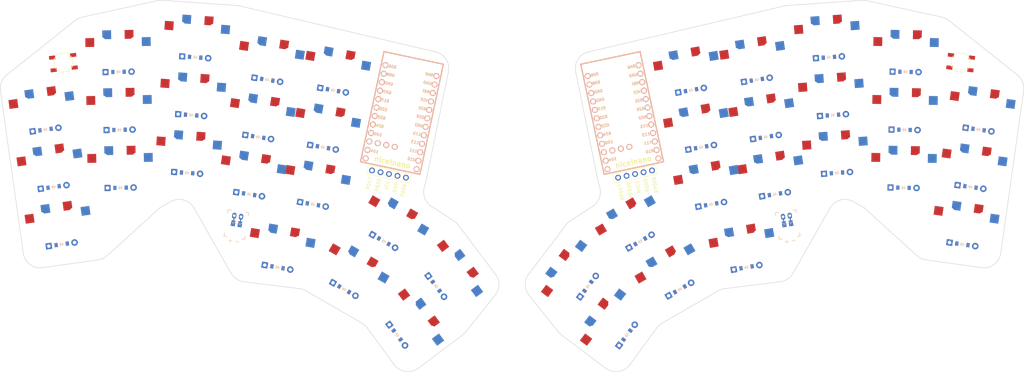
<source format=kicad_pcb>
(kicad_pcb (version 20171130) (host pcbnew 5.1.6)
  (title_block (title "banana_split") (rev "0.0.1") (company "Etash Jhanji"))
  (layers (0 F.Cu signal) (31 B.Cu signal) (34 B.Paste user) (35 F.Paste user) (36 B.SilkS user) (37 F.SilkS user) (38 B.Mask user) (39 F.Mask user) (44 Edge.Cuts user))
  (net 0 "")
  (net 1 "P022")
  (net 2 "pinky_bottom")
  (net 3 "pinky_home")
  (net 4 "pinky_top")
  (net 5 "P024")
  (net 6 "ring_bottom")
  (net 7 "ring_home")
  (net 8 "ring_top")
  (net 9 "P100")
  (net 10 "middle_bottom")
  (net 11 "middle_home")
  (net 12 "middle_top")
  (net 13 "P011")
  (net 14 "index_bottom")
  (net 15 "index_home")
  (net 16 "index_top")
  (net 17 "P104")
  (net 18 "indexfar_bottom")
  (net 19 "indexfar_home")
  (net 20 "indexfar_top")
  (net 21 "in_thumb")
  (net 22 "home_thumb")
  (net 23 "out_thumb")
  (net 24 "in_default")
  (net 25 "out_default")
  (net 26 "mirror_pinky_bottom")
  (net 27 "mirror_pinky_home")
  (net 28 "mirror_pinky_top")
  (net 29 "mirror_ring_bottom")
  (net 30 "mirror_ring_home")
  (net 31 "mirror_ring_top")
  (net 32 "mirror_middle_bottom")
  (net 33 "mirror_middle_home")
  (net 34 "mirror_middle_top")
  (net 35 "mirror_index_bottom")
  (net 36 "mirror_index_home")
  (net 37 "mirror_index_top")
  (net 38 "mirror_indexfar_bottom")
  (net 39 "mirror_indexfar_home")
  (net 40 "mirror_indexfar_top")
  (net 41 "mirror_in_thumb")
  (net 42 "mirror_home_thumb")
  (net 43 "mirror_out_thumb")
  (net 44 "mirror_in_default")
  (net 45 "mirror_out_default")
  (net 46 "P031")
  (net 47 "P029")
  (net 48 "P002")
  (net 49 "P115")
  (net 50 "RAW")
  (net 51 "GND")
  (net 52 "RST")
  (net 53 "VCC")
  (net 54 "P113")
  (net 55 "P111")
  (net 56 "P010")
  (net 57 "P009")
  (net 58 "P006")
  (net 59 "P008")
  (net 60 "P017")
  (net 61 "P020")
  (net 62 "P106")
  (net 63 "P101")
  (net 64 "P102")
  (net 65 "P107")
  (net 66 "RRAW")
  (net 67 "RGND")
  (net 68 "RRST")
  (net 69 "RVCC")
  (net 70 "RP031")
  (net 71 "RP029")
  (net 72 "RP002")
  (net 73 "RP115")
  (net 74 "RP113")
  (net 75 "RP111")
  (net 76 "RP010")
  (net 77 "RP009")
  (net 78 "RP006")
  (net 79 "RP008")
  (net 80 "RP017")
  (net 81 "RP020")
  (net 82 "RP022")
  (net 83 "RP024")
  (net 84 "RP100")
  (net 85 "RP011")
  (net 86 "RP104")
  (net 87 "RP106")
  (net 88 "RP101")
  (net 89 "RP102")
  (net 90 "RP107")
  (net 91 "DISP1_1")
  (net 92 "DISP1_2")
  (net 93 "DISP1_4")
  (net 94 "DISP1_5")
  (net 95 "DISP2_1")
  (net 96 "DISP2_2")
  (net 97 "DISP2_4")
  (net 98 "DISP2_5")
  (net 99 "JST1_1")
  (net 100 "JST1_2")
  (net 101 "JST2_1")
  (net 102 "JST2_2")
  (module PG1350 (layer F.Cu) (at 86.8929579 147.070559 8)
    (fp_text reference "S1" hide)
    (fp_text value "" hide)
    (pad "" np_thru_hole circle (at 0 0) (size 3.429 3.429) (drill 3.429) (layers *.Cu *.Mask))
    (pad "" np_thru_hole circle (at 5.5 0) (size 1.7018 1.7018) (drill 1.7018) (layers *.Cu *.Mask))
    (pad "" np_thru_hole circle (at -5.5 0) (size 1.7018 1.7018) (drill 1.7018) (layers *.Cu *.Mask))
    (pad "" np_thru_hole circle (at 5 -3.75) (size 3 3) (drill 3) (layers *.Cu *.Mask))
    (pad "" np_thru_hole circle (at 0 -5.95) (size 3 3) (drill 3) (layers *.Cu *.Mask))
    (pad 1 smd rect (at -3.275 -5.95 8) (size 2.6 2.6) (layers B.Cu B.Paste B.Mask) (net 1 "P022"))
    (pad 2 smd rect (at 8.275 -3.75 8) (size 2.6 2.6) (layers B.Cu B.Paste B.Mask) (net 2 "pinky_bottom"))
    (pad "" np_thru_hole circle (at -5 -3.75) (size 3 3) (drill 3) (layers *.Cu *.Mask))
    (pad "" np_thru_hole circle (at 0 -5.95) (size 3 3) (drill 3) (layers *.Cu *.Mask))
    (pad 1 smd rect (at 3.275 -5.95 8) (size 2.6 2.6) (layers F.Cu F.Paste F.Mask) (net 1 "P022"))
    (pad 2 smd rect (at -8.275 -3.75 8) (size 2.6 2.6) (layers F.Cu F.Paste F.Mask) (net 2 "pinky_bottom"))
  )
  (module PG1350 (layer F.Cu) (at 84.5270152 130.2360018 8)
    (fp_text reference "S2" hide)
    (fp_text value "" hide)
    (pad "" np_thru_hole circle (at 0 0) (size 3.429 3.429) (drill 3.429) (layers *.Cu *.Mask))
    (pad "" np_thru_hole circle (at 5.5 0) (size 1.7018 1.7018) (drill 1.7018) (layers *.Cu *.Mask))
    (pad "" np_thru_hole circle (at -5.5 0) (size 1.7018 1.7018) (drill 1.7018) (layers *.Cu *.Mask))
    (pad "" np_thru_hole circle (at 5 -3.75) (size 3 3) (drill 3) (layers *.Cu *.Mask))
    (pad "" np_thru_hole circle (at 0 -5.95) (size 3 3) (drill 3) (layers *.Cu *.Mask))
    (pad 1 smd rect (at -3.275 -5.95 8) (size 2.6 2.6) (layers B.Cu B.Paste B.Mask) (net 1 "P022"))
    (pad 2 smd rect (at 8.275 -3.75 8) (size 2.6 2.6) (layers B.Cu B.Paste B.Mask) (net 3 "pinky_home"))
    (pad "" np_thru_hole circle (at -5 -3.75) (size 3 3) (drill 3) (layers *.Cu *.Mask))
    (pad "" np_thru_hole circle (at 0 -5.95) (size 3 3) (drill 3) (layers *.Cu *.Mask))
    (pad 1 smd rect (at 3.275 -5.95 8) (size 2.6 2.6) (layers F.Cu F.Paste F.Mask) (net 1 "P022"))
    (pad 2 smd rect (at -8.275 -3.75 8) (size 2.6 2.6) (layers F.Cu F.Paste F.Mask) (net 3 "pinky_home"))
  )
  (module PG1350 (layer F.Cu) (at 82.16107249999999 113.40144459999999 8)
    (fp_text reference "S3" hide)
    (fp_text value "" hide)
    (pad "" np_thru_hole circle (at 0 0) (size 3.429 3.429) (drill 3.429) (layers *.Cu *.Mask))
    (pad "" np_thru_hole circle (at 5.5 0) (size 1.7018 1.7018) (drill 1.7018) (layers *.Cu *.Mask))
    (pad "" np_thru_hole circle (at -5.5 0) (size 1.7018 1.7018) (drill 1.7018) (layers *.Cu *.Mask))
    (pad "" np_thru_hole circle (at 5 -3.75) (size 3 3) (drill 3) (layers *.Cu *.Mask))
    (pad "" np_thru_hole circle (at 0 -5.95) (size 3 3) (drill 3) (layers *.Cu *.Mask))
    (pad 1 smd rect (at -3.275 -5.95 8) (size 2.6 2.6) (layers B.Cu B.Paste B.Mask) (net 1 "P022"))
    (pad 2 smd rect (at 8.275 -3.75 8) (size 2.6 2.6) (layers B.Cu B.Paste B.Mask) (net 4 "pinky_top"))
    (pad "" np_thru_hole circle (at -5 -3.75) (size 3 3) (drill 3) (layers *.Cu *.Mask))
    (pad "" np_thru_hole circle (at 0 -5.95) (size 3 3) (drill 3) (layers *.Cu *.Mask))
    (pad 1 smd rect (at 3.275 -5.95 8) (size 2.6 2.6) (layers F.Cu F.Paste F.Mask) (net 1 "P022"))
    (pad 2 smd rect (at -8.275 -3.75 8) (size 2.6 2.6) (layers F.Cu F.Paste F.Mask) (net 4 "pinky_top"))
  )
  (module PG1350 (layer F.Cu) (at 104.7498959 130.423344 1)
    (fp_text reference "S4" hide)
    (fp_text value "" hide)
    (pad "" np_thru_hole circle (at 0 0) (size 3.429 3.429) (drill 3.429) (layers *.Cu *.Mask))
    (pad "" np_thru_hole circle (at 5.5 0) (size 1.7018 1.7018) (drill 1.7018) (layers *.Cu *.Mask))
    (pad "" np_thru_hole circle (at -5.5 0) (size 1.7018 1.7018) (drill 1.7018) (layers *.Cu *.Mask))
    (pad "" np_thru_hole circle (at 5 -3.75) (size 3 3) (drill 3) (layers *.Cu *.Mask))
    (pad "" np_thru_hole circle (at 0 -5.95) (size 3 3) (drill 3) (layers *.Cu *.Mask))
    (pad 1 smd rect (at -3.275 -5.95 1) (size 2.6 2.6) (layers B.Cu B.Paste B.Mask) (net 5 "P024"))
    (pad 2 smd rect (at 8.275 -3.75 1) (size 2.6 2.6) (layers B.Cu B.Paste B.Mask) (net 6 "ring_bottom"))
    (pad "" np_thru_hole circle (at -5 -3.75) (size 3 3) (drill 3) (layers *.Cu *.Mask))
    (pad "" np_thru_hole circle (at 0 -5.95) (size 3 3) (drill 3) (layers *.Cu *.Mask))
    (pad 1 smd rect (at 3.275 -5.95 1) (size 2.6 2.6) (layers F.Cu F.Paste F.Mask) (net 5 "P024"))
    (pad 2 smd rect (at -8.275 -3.75 1) (size 2.6 2.6) (layers F.Cu F.Paste F.Mask) (net 6 "ring_bottom"))
  )
  (module PG1350 (layer F.Cu) (at 104.453205 113.42593319999999 1)
    (fp_text reference "S5" hide)
    (fp_text value "" hide)
    (pad "" np_thru_hole circle (at 0 0) (size 3.429 3.429) (drill 3.429) (layers *.Cu *.Mask))
    (pad "" np_thru_hole circle (at 5.5 0) (size 1.7018 1.7018) (drill 1.7018) (layers *.Cu *.Mask))
    (pad "" np_thru_hole circle (at -5.5 0) (size 1.7018 1.7018) (drill 1.7018) (layers *.Cu *.Mask))
    (pad "" np_thru_hole circle (at 5 -3.75) (size 3 3) (drill 3) (layers *.Cu *.Mask))
    (pad "" np_thru_hole circle (at 0 -5.95) (size 3 3) (drill 3) (layers *.Cu *.Mask))
    (pad 1 smd rect (at -3.275 -5.95 1) (size 2.6 2.6) (layers B.Cu B.Paste B.Mask) (net 5 "P024"))
    (pad 2 smd rect (at 8.275 -3.75 1) (size 2.6 2.6) (layers B.Cu B.Paste B.Mask) (net 7 "ring_home"))
    (pad "" np_thru_hole circle (at -5 -3.75) (size 3 3) (drill 3) (layers *.Cu *.Mask))
    (pad "" np_thru_hole circle (at 0 -5.95) (size 3 3) (drill 3) (layers *.Cu *.Mask))
    (pad 1 smd rect (at 3.275 -5.95 1) (size 2.6 2.6) (layers F.Cu F.Paste F.Mask) (net 5 "P024"))
    (pad 2 smd rect (at -8.275 -3.75 1) (size 2.6 2.6) (layers F.Cu F.Paste F.Mask) (net 7 "ring_home"))
  )
  (module PG1350 (layer F.Cu) (at 104.1565141 96.42852239999999 1)
    (fp_text reference "S6" hide)
    (fp_text value "" hide)
    (pad "" np_thru_hole circle (at 0 0) (size 3.429 3.429) (drill 3.429) (layers *.Cu *.Mask))
    (pad "" np_thru_hole circle (at 5.5 0) (size 1.7018 1.7018) (drill 1.7018) (layers *.Cu *.Mask))
    (pad "" np_thru_hole circle (at -5.5 0) (size 1.7018 1.7018) (drill 1.7018) (layers *.Cu *.Mask))
    (pad "" np_thru_hole circle (at 5 -3.75) (size 3 3) (drill 3) (layers *.Cu *.Mask))
    (pad "" np_thru_hole circle (at 0 -5.95) (size 3 3) (drill 3) (layers *.Cu *.Mask))
    (pad 1 smd rect (at -3.275 -5.95 1) (size 2.6 2.6) (layers B.Cu B.Paste B.Mask) (net 5 "P024"))
    (pad 2 smd rect (at 8.275 -3.75 1) (size 2.6 2.6) (layers B.Cu B.Paste B.Mask) (net 8 "ring_top"))
    (pad "" np_thru_hole circle (at -5 -3.75) (size 3 3) (drill 3) (layers *.Cu *.Mask))
    (pad "" np_thru_hole circle (at 0 -5.95) (size 3 3) (drill 3) (layers *.Cu *.Mask))
    (pad 1 smd rect (at 3.275 -5.95 1) (size 2.6 2.6) (layers F.Cu F.Paste F.Mask) (net 5 "P024"))
    (pad 2 smd rect (at -8.275 -3.75 1) (size 2.6 2.6) (layers F.Cu F.Paste F.Mask) (net 8 "ring_top"))
  )
  (module PG1350 (layer F.Cu) (at 124.6770401 126.07490509999998 -4)
    (fp_text reference "S7" hide)
    (fp_text value "" hide)
    (pad "" np_thru_hole circle (at 0 0) (size 3.429 3.429) (drill 3.429) (layers *.Cu *.Mask))
    (pad "" np_thru_hole circle (at 5.5 0) (size 1.7018 1.7018) (drill 1.7018) (layers *.Cu *.Mask))
    (pad "" np_thru_hole circle (at -5.5 0) (size 1.7018 1.7018) (drill 1.7018) (layers *.Cu *.Mask))
    (pad "" np_thru_hole circle (at 5 -3.75) (size 3 3) (drill 3) (layers *.Cu *.Mask))
    (pad "" np_thru_hole circle (at 0 -5.95) (size 3 3) (drill 3) (layers *.Cu *.Mask))
    (pad 1 smd rect (at -3.275 -5.95 -4) (size 2.6 2.6) (layers B.Cu B.Paste B.Mask) (net 9 "P100"))
    (pad 2 smd rect (at 8.275 -3.75 -4) (size 2.6 2.6) (layers B.Cu B.Paste B.Mask) (net 10 "middle_bottom"))
    (pad "" np_thru_hole circle (at -5 -3.75) (size 3 3) (drill 3) (layers *.Cu *.Mask))
    (pad "" np_thru_hole circle (at 0 -5.95) (size 3 3) (drill 3) (layers *.Cu *.Mask))
    (pad 1 smd rect (at 3.275 -5.95 -4) (size 2.6 2.6) (layers F.Cu F.Paste F.Mask) (net 9 "P100"))
    (pad 2 smd rect (at -8.275 -3.75 -4) (size 2.6 2.6) (layers F.Cu F.Paste F.Mask) (net 10 "middle_bottom"))
  )
  (module PG1350 (layer F.Cu) (at 125.8629002 109.11631619999999 -4)
    (fp_text reference "S8" hide)
    (fp_text value "" hide)
    (pad "" np_thru_hole circle (at 0 0) (size 3.429 3.429) (drill 3.429) (layers *.Cu *.Mask))
    (pad "" np_thru_hole circle (at 5.5 0) (size 1.7018 1.7018) (drill 1.7018) (layers *.Cu *.Mask))
    (pad "" np_thru_hole circle (at -5.5 0) (size 1.7018 1.7018) (drill 1.7018) (layers *.Cu *.Mask))
    (pad "" np_thru_hole circle (at 5 -3.75) (size 3 3) (drill 3) (layers *.Cu *.Mask))
    (pad "" np_thru_hole circle (at 0 -5.95) (size 3 3) (drill 3) (layers *.Cu *.Mask))
    (pad 1 smd rect (at -3.275 -5.95 -4) (size 2.6 2.6) (layers B.Cu B.Paste B.Mask) (net 9 "P100"))
    (pad 2 smd rect (at 8.275 -3.75 -4) (size 2.6 2.6) (layers B.Cu B.Paste B.Mask) (net 11 "middle_home"))
    (pad "" np_thru_hole circle (at -5 -3.75) (size 3 3) (drill 3) (layers *.Cu *.Mask))
    (pad "" np_thru_hole circle (at 0 -5.95) (size 3 3) (drill 3) (layers *.Cu *.Mask))
    (pad 1 smd rect (at 3.275 -5.95 -4) (size 2.6 2.6) (layers F.Cu F.Paste F.Mask) (net 9 "P100"))
    (pad 2 smd rect (at -8.275 -3.75 -4) (size 2.6 2.6) (layers F.Cu F.Paste F.Mask) (net 11 "middle_home"))
  )
  (module PG1350 (layer F.Cu) (at 127.0487603 92.15772729999999 -4)
    (fp_text reference "S9" hide)
    (fp_text value "" hide)
    (pad "" np_thru_hole circle (at 0 0) (size 3.429 3.429) (drill 3.429) (layers *.Cu *.Mask))
    (pad "" np_thru_hole circle (at 5.5 0) (size 1.7018 1.7018) (drill 1.7018) (layers *.Cu *.Mask))
    (pad "" np_thru_hole circle (at -5.5 0) (size 1.7018 1.7018) (drill 1.7018) (layers *.Cu *.Mask))
    (pad "" np_thru_hole circle (at 5 -3.75) (size 3 3) (drill 3) (layers *.Cu *.Mask))
    (pad "" np_thru_hole circle (at 0 -5.95) (size 3 3) (drill 3) (layers *.Cu *.Mask))
    (pad 1 smd rect (at -3.275 -5.95 -4) (size 2.6 2.6) (layers B.Cu B.Paste B.Mask) (net 9 "P100"))
    (pad 2 smd rect (at 8.275 -3.75 -4) (size 2.6 2.6) (layers B.Cu B.Paste B.Mask) (net 12 "middle_top"))
    (pad "" np_thru_hole circle (at -5 -3.75) (size 3 3) (drill 3) (layers *.Cu *.Mask))
    (pad "" np_thru_hole circle (at 0 -5.95) (size 3 3) (drill 3) (layers *.Cu *.Mask))
    (pad 1 smd rect (at 3.275 -5.95 -4) (size 2.6 2.6) (layers F.Cu F.Paste F.Mask) (net 9 "P100"))
    (pad 2 smd rect (at -8.275 -3.75 -4) (size 2.6 2.6) (layers F.Cu F.Paste F.Mask) (net 12 "middle_top"))
  )
  (module PG1350 (layer F.Cu) (at 143.2819746 132.3880984 -9)
    (fp_text reference "S10" hide)
    (fp_text value "" hide)
    (pad "" np_thru_hole circle (at 0 0) (size 3.429 3.429) (drill 3.429) (layers *.Cu *.Mask))
    (pad "" np_thru_hole circle (at 5.5 0) (size 1.7018 1.7018) (drill 1.7018) (layers *.Cu *.Mask))
    (pad "" np_thru_hole circle (at -5.5 0) (size 1.7018 1.7018) (drill 1.7018) (layers *.Cu *.Mask))
    (pad "" np_thru_hole circle (at 5 -3.75) (size 3 3) (drill 3) (layers *.Cu *.Mask))
    (pad "" np_thru_hole circle (at 0 -5.95) (size 3 3) (drill 3) (layers *.Cu *.Mask))
    (pad 1 smd rect (at -3.275 -5.95 -9) (size 2.6 2.6) (layers B.Cu B.Paste B.Mask) (net 13 "P011"))
    (pad 2 smd rect (at 8.275 -3.75 -9) (size 2.6 2.6) (layers B.Cu B.Paste B.Mask) (net 14 "index_bottom"))
    (pad "" np_thru_hole circle (at -5 -3.75) (size 3 3) (drill 3) (layers *.Cu *.Mask))
    (pad "" np_thru_hole circle (at 0 -5.95) (size 3 3) (drill 3) (layers *.Cu *.Mask))
    (pad 1 smd rect (at 3.275 -5.95 -9) (size 2.6 2.6) (layers F.Cu F.Paste F.Mask) (net 13 "P011"))
    (pad 2 smd rect (at -8.275 -3.75 -9) (size 2.6 2.6) (layers F.Cu F.Paste F.Mask) (net 14 "index_bottom"))
  )
  (module PG1350 (layer F.Cu) (at 145.9413605 115.5973966 -9)
    (fp_text reference "S11" hide)
    (fp_text value "" hide)
    (pad "" np_thru_hole circle (at 0 0) (size 3.429 3.429) (drill 3.429) (layers *.Cu *.Mask))
    (pad "" np_thru_hole circle (at 5.5 0) (size 1.7018 1.7018) (drill 1.7018) (layers *.Cu *.Mask))
    (pad "" np_thru_hole circle (at -5.5 0) (size 1.7018 1.7018) (drill 1.7018) (layers *.Cu *.Mask))
    (pad "" np_thru_hole circle (at 5 -3.75) (size 3 3) (drill 3) (layers *.Cu *.Mask))
    (pad "" np_thru_hole circle (at 0 -5.95) (size 3 3) (drill 3) (layers *.Cu *.Mask))
    (pad 1 smd rect (at -3.275 -5.95 -9) (size 2.6 2.6) (layers B.Cu B.Paste B.Mask) (net 13 "P011"))
    (pad 2 smd rect (at 8.275 -3.75 -9) (size 2.6 2.6) (layers B.Cu B.Paste B.Mask) (net 15 "index_home"))
    (pad "" np_thru_hole circle (at -5 -3.75) (size 3 3) (drill 3) (layers *.Cu *.Mask))
    (pad "" np_thru_hole circle (at 0 -5.95) (size 3 3) (drill 3) (layers *.Cu *.Mask))
    (pad 1 smd rect (at 3.275 -5.95 -9) (size 2.6 2.6) (layers F.Cu F.Paste F.Mask) (net 13 "P011"))
    (pad 2 smd rect (at -8.275 -3.75 -9) (size 2.6 2.6) (layers F.Cu F.Paste F.Mask) (net 15 "index_home"))
  )
  (module PG1350 (layer F.Cu) (at 148.6007464 98.8066948 -9)
    (fp_text reference "S12" hide)
    (fp_text value "" hide)
    (pad "" np_thru_hole circle (at 0 0) (size 3.429 3.429) (drill 3.429) (layers *.Cu *.Mask))
    (pad "" np_thru_hole circle (at 5.5 0) (size 1.7018 1.7018) (drill 1.7018) (layers *.Cu *.Mask))
    (pad "" np_thru_hole circle (at -5.5 0) (size 1.7018 1.7018) (drill 1.7018) (layers *.Cu *.Mask))
    (pad "" np_thru_hole circle (at 5 -3.75) (size 3 3) (drill 3) (layers *.Cu *.Mask))
    (pad "" np_thru_hole circle (at 0 -5.95) (size 3 3) (drill 3) (layers *.Cu *.Mask))
    (pad 1 smd rect (at -3.275 -5.95 -9) (size 2.6 2.6) (layers B.Cu B.Paste B.Mask) (net 13 "P011"))
    (pad 2 smd rect (at 8.275 -3.75 -9) (size 2.6 2.6) (layers B.Cu B.Paste B.Mask) (net 16 "index_top"))
    (pad "" np_thru_hole circle (at -5 -3.75) (size 3 3) (drill 3) (layers *.Cu *.Mask))
    (pad "" np_thru_hole circle (at 0 -5.95) (size 3 3) (drill 3) (layers *.Cu *.Mask))
    (pad 1 smd rect (at 3.275 -5.95 -9) (size 2.6 2.6) (layers F.Cu F.Paste F.Mask) (net 13 "P011"))
    (pad 2 smd rect (at -8.275 -3.75 -9) (size 2.6 2.6) (layers F.Cu F.Paste F.Mask) (net 16 "index_top"))
  )
  (module PG1350 (layer F.Cu) (at 162.0480531 135.3603531 -10)
    (fp_text reference "S13" hide)
    (fp_text value "" hide)
    (pad "" np_thru_hole circle (at 0 0) (size 3.429 3.429) (drill 3.429) (layers *.Cu *.Mask))
    (pad "" np_thru_hole circle (at 5.5 0) (size 1.7018 1.7018) (drill 1.7018) (layers *.Cu *.Mask))
    (pad "" np_thru_hole circle (at -5.5 0) (size 1.7018 1.7018) (drill 1.7018) (layers *.Cu *.Mask))
    (pad "" np_thru_hole circle (at 5 -3.75) (size 3 3) (drill 3) (layers *.Cu *.Mask))
    (pad "" np_thru_hole circle (at 0 -5.95) (size 3 3) (drill 3) (layers *.Cu *.Mask))
    (pad 1 smd rect (at -3.275 -5.95 -10) (size 2.6 2.6) (layers B.Cu B.Paste B.Mask) (net 17 "P104"))
    (pad 2 smd rect (at 8.275 -3.75 -10) (size 2.6 2.6) (layers B.Cu B.Paste B.Mask) (net 18 "indexfar_bottom"))
    (pad "" np_thru_hole circle (at -5 -3.75) (size 3 3) (drill 3) (layers *.Cu *.Mask))
    (pad "" np_thru_hole circle (at 0 -5.95) (size 3 3) (drill 3) (layers *.Cu *.Mask))
    (pad 1 smd rect (at 3.275 -5.95 -10) (size 2.6 2.6) (layers F.Cu F.Paste F.Mask) (net 17 "P104"))
    (pad 2 smd rect (at -8.275 -3.75 -10) (size 2.6 2.6) (layers F.Cu F.Paste F.Mask) (net 18 "indexfar_bottom"))
  )
  (module PG1350 (layer F.Cu) (at 165.0000721 118.6186213 -10)
    (fp_text reference "S14" hide)
    (fp_text value "" hide)
    (pad "" np_thru_hole circle (at 0 0) (size 3.429 3.429) (drill 3.429) (layers *.Cu *.Mask))
    (pad "" np_thru_hole circle (at 5.5 0) (size 1.7018 1.7018) (drill 1.7018) (layers *.Cu *.Mask))
    (pad "" np_thru_hole circle (at -5.5 0) (size 1.7018 1.7018) (drill 1.7018) (layers *.Cu *.Mask))
    (pad "" np_thru_hole circle (at 5 -3.75) (size 3 3) (drill 3) (layers *.Cu *.Mask))
    (pad "" np_thru_hole circle (at 0 -5.95) (size 3 3) (drill 3) (layers *.Cu *.Mask))
    (pad 1 smd rect (at -3.275 -5.95 -10) (size 2.6 2.6) (layers B.Cu B.Paste B.Mask) (net 17 "P104"))
    (pad 2 smd rect (at 8.275 -3.75 -10) (size 2.6 2.6) (layers B.Cu B.Paste B.Mask) (net 19 "indexfar_home"))
    (pad "" np_thru_hole circle (at -5 -3.75) (size 3 3) (drill 3) (layers *.Cu *.Mask))
    (pad "" np_thru_hole circle (at 0 -5.95) (size 3 3) (drill 3) (layers *.Cu *.Mask))
    (pad 1 smd rect (at 3.275 -5.95 -10) (size 2.6 2.6) (layers F.Cu F.Paste F.Mask) (net 17 "P104"))
    (pad 2 smd rect (at -8.275 -3.75 -10) (size 2.6 2.6) (layers F.Cu F.Paste F.Mask) (net 19 "indexfar_home"))
  )
  (module PG1350 (layer F.Cu) (at 167.95209110000002 101.8768895 -10)
    (fp_text reference "S15" hide)
    (fp_text value "" hide)
    (pad "" np_thru_hole circle (at 0 0) (size 3.429 3.429) (drill 3.429) (layers *.Cu *.Mask))
    (pad "" np_thru_hole circle (at 5.5 0) (size 1.7018 1.7018) (drill 1.7018) (layers *.Cu *.Mask))
    (pad "" np_thru_hole circle (at -5.5 0) (size 1.7018 1.7018) (drill 1.7018) (layers *.Cu *.Mask))
    (pad "" np_thru_hole circle (at 5 -3.75) (size 3 3) (drill 3) (layers *.Cu *.Mask))
    (pad "" np_thru_hole circle (at 0 -5.95) (size 3 3) (drill 3) (layers *.Cu *.Mask))
    (pad 1 smd rect (at -3.275 -5.95 -10) (size 2.6 2.6) (layers B.Cu B.Paste B.Mask) (net 17 "P104"))
    (pad 2 smd rect (at 8.275 -3.75 -10) (size 2.6 2.6) (layers B.Cu B.Paste B.Mask) (net 20 "indexfar_top"))
    (pad "" np_thru_hole circle (at -5 -3.75) (size 3 3) (drill 3) (layers *.Cu *.Mask))
    (pad "" np_thru_hole circle (at 0 -5.95) (size 3 3) (drill 3) (layers *.Cu *.Mask))
    (pad 1 smd rect (at 3.275 -5.95 -10) (size 2.6 2.6) (layers F.Cu F.Paste F.Mask) (net 17 "P104"))
    (pad 2 smd rect (at -8.275 -3.75 -10) (size 2.6 2.6) (layers F.Cu F.Paste F.Mask) (net 20 "indexfar_top"))
  )
  (module PG1350 (layer F.Cu) (at 151.6814353 153.8409709 -10)
    (fp_text reference "S16" hide)
    (fp_text value "" hide)
    (pad "" np_thru_hole circle (at 0 0) (size 3.429 3.429) (drill 3.429) (layers *.Cu *.Mask))
    (pad "" np_thru_hole circle (at 5.5 0) (size 1.7018 1.7018) (drill 1.7018) (layers *.Cu *.Mask))
    (pad "" np_thru_hole circle (at -5.5 0) (size 1.7018 1.7018) (drill 1.7018) (layers *.Cu *.Mask))
    (pad "" np_thru_hole circle (at 5 -3.75) (size 3 3) (drill 3) (layers *.Cu *.Mask))
    (pad "" np_thru_hole circle (at 0 -5.95) (size 3 3) (drill 3) (layers *.Cu *.Mask))
    (pad 1 smd rect (at -3.275 -5.95 -10) (size 2.6 2.6) (layers B.Cu B.Paste B.Mask) (net 1 "P022"))
    (pad 2 smd rect (at 8.275 -3.75 -10) (size 2.6 2.6) (layers B.Cu B.Paste B.Mask) (net 21 "in_thumb"))
    (pad "" np_thru_hole circle (at -5 -3.75) (size 3 3) (drill 3) (layers *.Cu *.Mask))
    (pad "" np_thru_hole circle (at 0 -5.95) (size 3 3) (drill 3) (layers *.Cu *.Mask))
    (pad 1 smd rect (at 3.275 -5.95 -10) (size 2.6 2.6) (layers F.Cu F.Paste F.Mask) (net 1 "P022"))
    (pad 2 smd rect (at -8.275 -3.75 -10) (size 2.6 2.6) (layers F.Cu F.Paste F.Mask) (net 21 "in_thumb"))
  )
  (module PG1350 (layer F.Cu) (at 172.8568842 160.8723371 -30)
    (fp_text reference "S17" hide)
    (fp_text value "" hide)
    (pad "" np_thru_hole circle (at 0 0) (size 3.429 3.429) (drill 3.429) (layers *.Cu *.Mask))
    (pad "" np_thru_hole circle (at 5.5 0) (size 1.7018 1.7018) (drill 1.7018) (layers *.Cu *.Mask))
    (pad "" np_thru_hole circle (at -5.5 0) (size 1.7018 1.7018) (drill 1.7018) (layers *.Cu *.Mask))
    (pad "" np_thru_hole circle (at 5 -3.75) (size 3 3) (drill 3) (layers *.Cu *.Mask))
    (pad "" np_thru_hole circle (at 0 -5.95) (size 3 3) (drill 3) (layers *.Cu *.Mask))
    (pad 1 smd rect (at -3.275 -5.95 -30) (size 2.6 2.6) (layers B.Cu B.Paste B.Mask) (net 5 "P024"))
    (pad 2 smd rect (at 8.275 -3.75 -30) (size 2.6 2.6) (layers B.Cu B.Paste B.Mask) (net 22 "home_thumb"))
    (pad "" np_thru_hole circle (at -5 -3.75) (size 3 3) (drill 3) (layers *.Cu *.Mask))
    (pad "" np_thru_hole circle (at 0 -5.95) (size 3 3) (drill 3) (layers *.Cu *.Mask))
    (pad 1 smd rect (at 3.275 -5.95 -30) (size 2.6 2.6) (layers F.Cu F.Paste F.Mask) (net 5 "P024"))
    (pad 2 smd rect (at -8.275 -3.75 -30) (size 2.6 2.6) (layers F.Cu F.Paste F.Mask) (net 22 "home_thumb"))
  )
  (module PG1350 (layer F.Cu) (at 189.867694 175.633451 -53)
    (fp_text reference "S18" hide)
    (fp_text value "" hide)
    (pad "" np_thru_hole circle (at 0 0) (size 3.429 3.429) (drill 3.429) (layers *.Cu *.Mask))
    (pad "" np_thru_hole circle (at 5.5 0) (size 1.7018 1.7018) (drill 1.7018) (layers *.Cu *.Mask))
    (pad "" np_thru_hole circle (at -5.5 0) (size 1.7018 1.7018) (drill 1.7018) (layers *.Cu *.Mask))
    (pad "" np_thru_hole circle (at 5 -3.75) (size 3 3) (drill 3) (layers *.Cu *.Mask))
    (pad "" np_thru_hole circle (at 0 -5.95) (size 3 3) (drill 3) (layers *.Cu *.Mask))
    (pad 1 smd rect (at -3.275 -5.95 -53) (size 2.6 2.6) (layers B.Cu B.Paste B.Mask) (net 9 "P100"))
    (pad 2 smd rect (at 8.275 -3.75 -53) (size 2.6 2.6) (layers B.Cu B.Paste B.Mask) (net 23 "out_thumb"))
    (pad "" np_thru_hole circle (at -5 -3.75) (size 3 3) (drill 3) (layers *.Cu *.Mask))
    (pad "" np_thru_hole circle (at 0 -5.95) (size 3 3) (drill 3) (layers *.Cu *.Mask))
    (pad 1 smd rect (at 3.275 -5.95 -53) (size 2.6 2.6) (layers F.Cu F.Paste F.Mask) (net 9 "P100"))
    (pad 2 smd rect (at -8.275 -3.75 -53) (size 2.6 2.6) (layers F.Cu F.Paste F.Mask) (net 23 "out_thumb"))
  )
  (module PG1350 (layer F.Cu) (at 184.4549604 146.78387980000002 -30)
    (fp_text reference "S19" hide)
    (fp_text value "" hide)
    (pad "" np_thru_hole circle (at 0 0) (size 3.429 3.429) (drill 3.429) (layers *.Cu *.Mask))
    (pad "" np_thru_hole circle (at 5.5 0) (size 1.7018 1.7018) (drill 1.7018) (layers *.Cu *.Mask))
    (pad "" np_thru_hole circle (at -5.5 0) (size 1.7018 1.7018) (drill 1.7018) (layers *.Cu *.Mask))
    (pad "" np_thru_hole circle (at 5 -3.75) (size 3 3) (drill 3) (layers *.Cu *.Mask))
    (pad "" np_thru_hole circle (at 0 -5.95) (size 3 3) (drill 3) (layers *.Cu *.Mask))
    (pad 1 smd rect (at -3.275 -5.95 -30) (size 2.6 2.6) (layers B.Cu B.Paste B.Mask) (net 13 "P011"))
    (pad 2 smd rect (at 8.275 -3.75 -30) (size 2.6 2.6) (layers B.Cu B.Paste B.Mask) (net 24 "in_default"))
    (pad "" np_thru_hole circle (at -5 -3.75) (size 3 3) (drill 3) (layers *.Cu *.Mask))
    (pad "" np_thru_hole circle (at 0 -5.95) (size 3 3) (drill 3) (layers *.Cu *.Mask))
    (pad 1 smd rect (at 3.275 -5.95 -30) (size 2.6 2.6) (layers F.Cu F.Paste F.Mask) (net 13 "P011"))
    (pad 2 smd rect (at -8.275 -3.75 -30) (size 2.6 2.6) (layers F.Cu F.Paste F.Mask) (net 24 "in_default"))
  )
  (module PG1350 (layer F.Cu) (at 201.2908996 161.3451118 -53)
    (fp_text reference "S20" hide)
    (fp_text value "" hide)
    (pad "" np_thru_hole circle (at 0 0) (size 3.429 3.429) (drill 3.429) (layers *.Cu *.Mask))
    (pad "" np_thru_hole circle (at 5.5 0) (size 1.7018 1.7018) (drill 1.7018) (layers *.Cu *.Mask))
    (pad "" np_thru_hole circle (at -5.5 0) (size 1.7018 1.7018) (drill 1.7018) (layers *.Cu *.Mask))
    (pad "" np_thru_hole circle (at 5 -3.75) (size 3 3) (drill 3) (layers *.Cu *.Mask))
    (pad "" np_thru_hole circle (at 0 -5.95) (size 3 3) (drill 3) (layers *.Cu *.Mask))
    (pad 1 smd rect (at -3.275 -5.95 -53) (size 2.6 2.6) (layers B.Cu B.Paste B.Mask) (net 17 "P104"))
    (pad 2 smd rect (at 8.275 -3.75 -53) (size 2.6 2.6) (layers B.Cu B.Paste B.Mask) (net 25 "out_default"))
    (pad "" np_thru_hole circle (at -5 -3.75) (size 3 3) (drill 3) (layers *.Cu *.Mask))
    (pad "" np_thru_hole circle (at 0 -5.95) (size 3 3) (drill 3) (layers *.Cu *.Mask))
    (pad 1 smd rect (at 3.275 -5.95 -53) (size 2.6 2.6) (layers F.Cu F.Paste F.Mask) (net 17 "P104"))
    (pad 2 smd rect (at -8.275 -3.75 -53) (size 2.6 2.6) (layers F.Cu F.Paste F.Mask) (net 25 "out_default"))
  )
  (module PG1350 (layer F.Cu) (at 352.1610725 147.070559 -8)
    (fp_text reference "S21" hide)
    (fp_text value "" hide)
    (pad "" np_thru_hole circle (at 0 0) (size 3.429 3.429) (drill 3.429) (layers *.Cu *.Mask))
    (pad "" np_thru_hole circle (at 5.5 0) (size 1.7018 1.7018) (drill 1.7018) (layers *.Cu *.Mask))
    (pad "" np_thru_hole circle (at -5.5 0) (size 1.7018 1.7018) (drill 1.7018) (layers *.Cu *.Mask))
    (pad "" np_thru_hole circle (at 5 -3.75) (size 3 3) (drill 3) (layers *.Cu *.Mask))
    (pad "" np_thru_hole circle (at 0 -5.95) (size 3 3) (drill 3) (layers *.Cu *.Mask))
    (pad 1 smd rect (at -3.275 -5.95 -8) (size 2.6 2.6) (layers B.Cu B.Paste B.Mask) (net 1 "P022"))
    (pad 2 smd rect (at 8.275 -3.75 -8) (size 2.6 2.6) (layers B.Cu B.Paste B.Mask) (net 26 "mirror_pinky_bottom"))
    (pad "" np_thru_hole circle (at -5 -3.75) (size 3 3) (drill 3) (layers *.Cu *.Mask))
    (pad "" np_thru_hole circle (at 0 -5.95) (size 3 3) (drill 3) (layers *.Cu *.Mask))
    (pad 1 smd rect (at 3.275 -5.95 -8) (size 2.6 2.6) (layers F.Cu F.Paste F.Mask) (net 1 "P022"))
    (pad 2 smd rect (at -8.275 -3.75 -8) (size 2.6 2.6) (layers F.Cu F.Paste F.Mask) (net 26 "mirror_pinky_bottom"))
  )
  (module PG1350 (layer F.Cu) (at 354.5270152 130.2360018 -8)
    (fp_text reference "S22" hide)
    (fp_text value "" hide)
    (pad "" np_thru_hole circle (at 0 0) (size 3.429 3.429) (drill 3.429) (layers *.Cu *.Mask))
    (pad "" np_thru_hole circle (at 5.5 0) (size 1.7018 1.7018) (drill 1.7018) (layers *.Cu *.Mask))
    (pad "" np_thru_hole circle (at -5.5 0) (size 1.7018 1.7018) (drill 1.7018) (layers *.Cu *.Mask))
    (pad "" np_thru_hole circle (at 5 -3.75) (size 3 3) (drill 3) (layers *.Cu *.Mask))
    (pad "" np_thru_hole circle (at 0 -5.95) (size 3 3) (drill 3) (layers *.Cu *.Mask))
    (pad 1 smd rect (at -3.275 -5.95 -8) (size 2.6 2.6) (layers B.Cu B.Paste B.Mask) (net 1 "P022"))
    (pad 2 smd rect (at 8.275 -3.75 -8) (size 2.6 2.6) (layers B.Cu B.Paste B.Mask) (net 27 "mirror_pinky_home"))
    (pad "" np_thru_hole circle (at -5 -3.75) (size 3 3) (drill 3) (layers *.Cu *.Mask))
    (pad "" np_thru_hole circle (at 0 -5.95) (size 3 3) (drill 3) (layers *.Cu *.Mask))
    (pad 1 smd rect (at 3.275 -5.95 -8) (size 2.6 2.6) (layers F.Cu F.Paste F.Mask) (net 1 "P022"))
    (pad 2 smd rect (at -8.275 -3.75 -8) (size 2.6 2.6) (layers F.Cu F.Paste F.Mask) (net 27 "mirror_pinky_home"))
  )
  (module PG1350 (layer F.Cu) (at 356.8929579 113.40144459999999 -8)
    (fp_text reference "S23" hide)
    (fp_text value "" hide)
    (pad "" np_thru_hole circle (at 0 0) (size 3.429 3.429) (drill 3.429) (layers *.Cu *.Mask))
    (pad "" np_thru_hole circle (at 5.5 0) (size 1.7018 1.7018) (drill 1.7018) (layers *.Cu *.Mask))
    (pad "" np_thru_hole circle (at -5.5 0) (size 1.7018 1.7018) (drill 1.7018) (layers *.Cu *.Mask))
    (pad "" np_thru_hole circle (at 5 -3.75) (size 3 3) (drill 3) (layers *.Cu *.Mask))
    (pad "" np_thru_hole circle (at 0 -5.95) (size 3 3) (drill 3) (layers *.Cu *.Mask))
    (pad 1 smd rect (at -3.275 -5.95 -8) (size 2.6 2.6) (layers B.Cu B.Paste B.Mask) (net 1 "P022"))
    (pad 2 smd rect (at 8.275 -3.75 -8) (size 2.6 2.6) (layers B.Cu B.Paste B.Mask) (net 28 "mirror_pinky_top"))
    (pad "" np_thru_hole circle (at -5 -3.75) (size 3 3) (drill 3) (layers *.Cu *.Mask))
    (pad "" np_thru_hole circle (at 0 -5.95) (size 3 3) (drill 3) (layers *.Cu *.Mask))
    (pad 1 smd rect (at 3.275 -5.95 -8) (size 2.6 2.6) (layers F.Cu F.Paste F.Mask) (net 1 "P022"))
    (pad 2 smd rect (at -8.275 -3.75 -8) (size 2.6 2.6) (layers F.Cu F.Paste F.Mask) (net 28 "mirror_pinky_top"))
  )
  (module PG1350 (layer F.Cu) (at 334.3041345 130.423344 -1)
    (fp_text reference "S24" hide)
    (fp_text value "" hide)
    (pad "" np_thru_hole circle (at 0 0) (size 3.429 3.429) (drill 3.429) (layers *.Cu *.Mask))
    (pad "" np_thru_hole circle (at 5.5 0) (size 1.7018 1.7018) (drill 1.7018) (layers *.Cu *.Mask))
    (pad "" np_thru_hole circle (at -5.5 0) (size 1.7018 1.7018) (drill 1.7018) (layers *.Cu *.Mask))
    (pad "" np_thru_hole circle (at 5 -3.75) (size 3 3) (drill 3) (layers *.Cu *.Mask))
    (pad "" np_thru_hole circle (at 0 -5.95) (size 3 3) (drill 3) (layers *.Cu *.Mask))
    (pad 1 smd rect (at -3.275 -5.95 -1) (size 2.6 2.6) (layers B.Cu B.Paste B.Mask) (net 5 "P024"))
    (pad 2 smd rect (at 8.275 -3.75 -1) (size 2.6 2.6) (layers B.Cu B.Paste B.Mask) (net 29 "mirror_ring_bottom"))
    (pad "" np_thru_hole circle (at -5 -3.75) (size 3 3) (drill 3) (layers *.Cu *.Mask))
    (pad "" np_thru_hole circle (at 0 -5.95) (size 3 3) (drill 3) (layers *.Cu *.Mask))
    (pad 1 smd rect (at 3.275 -5.95 -1) (size 2.6 2.6) (layers F.Cu F.Paste F.Mask) (net 5 "P024"))
    (pad 2 smd rect (at -8.275 -3.75 -1) (size 2.6 2.6) (layers F.Cu F.Paste F.Mask) (net 29 "mirror_ring_bottom"))
  )
  (module PG1350 (layer F.Cu) (at 334.60082539999996 113.42593319999999 -1)
    (fp_text reference "S25" hide)
    (fp_text value "" hide)
    (pad "" np_thru_hole circle (at 0 0) (size 3.429 3.429) (drill 3.429) (layers *.Cu *.Mask))
    (pad "" np_thru_hole circle (at 5.5 0) (size 1.7018 1.7018) (drill 1.7018) (layers *.Cu *.Mask))
    (pad "" np_thru_hole circle (at -5.5 0) (size 1.7018 1.7018) (drill 1.7018) (layers *.Cu *.Mask))
    (pad "" np_thru_hole circle (at 5 -3.75) (size 3 3) (drill 3) (layers *.Cu *.Mask))
    (pad "" np_thru_hole circle (at 0 -5.95) (size 3 3) (drill 3) (layers *.Cu *.Mask))
    (pad 1 smd rect (at -3.275 -5.95 -1) (size 2.6 2.6) (layers B.Cu B.Paste B.Mask) (net 5 "P024"))
    (pad 2 smd rect (at 8.275 -3.75 -1) (size 2.6 2.6) (layers B.Cu B.Paste B.Mask) (net 30 "mirror_ring_home"))
    (pad "" np_thru_hole circle (at -5 -3.75) (size 3 3) (drill 3) (layers *.Cu *.Mask))
    (pad "" np_thru_hole circle (at 0 -5.95) (size 3 3) (drill 3) (layers *.Cu *.Mask))
    (pad 1 smd rect (at 3.275 -5.95 -1) (size 2.6 2.6) (layers F.Cu F.Paste F.Mask) (net 5 "P024"))
    (pad 2 smd rect (at -8.275 -3.75 -1) (size 2.6 2.6) (layers F.Cu F.Paste F.Mask) (net 30 "mirror_ring_home"))
  )
  (module PG1350 (layer F.Cu) (at 334.8975163 96.42852239999999 -1)
    (fp_text reference "S26" hide)
    (fp_text value "" hide)
    (pad "" np_thru_hole circle (at 0 0) (size 3.429 3.429) (drill 3.429) (layers *.Cu *.Mask))
    (pad "" np_thru_hole circle (at 5.5 0) (size 1.7018 1.7018) (drill 1.7018) (layers *.Cu *.Mask))
    (pad "" np_thru_hole circle (at -5.5 0) (size 1.7018 1.7018) (drill 1.7018) (layers *.Cu *.Mask))
    (pad "" np_thru_hole circle (at 5 -3.75) (size 3 3) (drill 3) (layers *.Cu *.Mask))
    (pad "" np_thru_hole circle (at 0 -5.95) (size 3 3) (drill 3) (layers *.Cu *.Mask))
    (pad 1 smd rect (at -3.275 -5.95 -1) (size 2.6 2.6) (layers B.Cu B.Paste B.Mask) (net 5 "P024"))
    (pad 2 smd rect (at 8.275 -3.75 -1) (size 2.6 2.6) (layers B.Cu B.Paste B.Mask) (net 31 "mirror_ring_top"))
    (pad "" np_thru_hole circle (at -5 -3.75) (size 3 3) (drill 3) (layers *.Cu *.Mask))
    (pad "" np_thru_hole circle (at 0 -5.95) (size 3 3) (drill 3) (layers *.Cu *.Mask))
    (pad 1 smd rect (at 3.275 -5.95 -1) (size 2.6 2.6) (layers F.Cu F.Paste F.Mask) (net 5 "P024"))
    (pad 2 smd rect (at -8.275 -3.75 -1) (size 2.6 2.6) (layers F.Cu F.Paste F.Mask) (net 31 "mirror_ring_top"))
  )
  (module PG1350 (layer F.Cu) (at 314.3769903 126.07490509999998 4)
    (fp_text reference "S27" hide)
    (fp_text value "" hide)
    (pad "" np_thru_hole circle (at 0 0) (size 3.429 3.429) (drill 3.429) (layers *.Cu *.Mask))
    (pad "" np_thru_hole circle (at 5.5 0) (size 1.7018 1.7018) (drill 1.7018) (layers *.Cu *.Mask))
    (pad "" np_thru_hole circle (at -5.5 0) (size 1.7018 1.7018) (drill 1.7018) (layers *.Cu *.Mask))
    (pad "" np_thru_hole circle (at 5 -3.75) (size 3 3) (drill 3) (layers *.Cu *.Mask))
    (pad "" np_thru_hole circle (at 0 -5.95) (size 3 3) (drill 3) (layers *.Cu *.Mask))
    (pad 1 smd rect (at -3.275 -5.95 4) (size 2.6 2.6) (layers B.Cu B.Paste B.Mask) (net 9 "P100"))
    (pad 2 smd rect (at 8.275 -3.75 4) (size 2.6 2.6) (layers B.Cu B.Paste B.Mask) (net 32 "mirror_middle_bottom"))
    (pad "" np_thru_hole circle (at -5 -3.75) (size 3 3) (drill 3) (layers *.Cu *.Mask))
    (pad "" np_thru_hole circle (at 0 -5.95) (size 3 3) (drill 3) (layers *.Cu *.Mask))
    (pad 1 smd rect (at 3.275 -5.95 4) (size 2.6 2.6) (layers F.Cu F.Paste F.Mask) (net 9 "P100"))
    (pad 2 smd rect (at -8.275 -3.75 4) (size 2.6 2.6) (layers F.Cu F.Paste F.Mask) (net 32 "mirror_middle_bottom"))
  )
  (module PG1350 (layer F.Cu) (at 313.1911302 109.11631619999999 4)
    (fp_text reference "S28" hide)
    (fp_text value "" hide)
    (pad "" np_thru_hole circle (at 0 0) (size 3.429 3.429) (drill 3.429) (layers *.Cu *.Mask))
    (pad "" np_thru_hole circle (at 5.5 0) (size 1.7018 1.7018) (drill 1.7018) (layers *.Cu *.Mask))
    (pad "" np_thru_hole circle (at -5.5 0) (size 1.7018 1.7018) (drill 1.7018) (layers *.Cu *.Mask))
    (pad "" np_thru_hole circle (at 5 -3.75) (size 3 3) (drill 3) (layers *.Cu *.Mask))
    (pad "" np_thru_hole circle (at 0 -5.95) (size 3 3) (drill 3) (layers *.Cu *.Mask))
    (pad 1 smd rect (at -3.275 -5.95 4) (size 2.6 2.6) (layers B.Cu B.Paste B.Mask) (net 9 "P100"))
    (pad 2 smd rect (at 8.275 -3.75 4) (size 2.6 2.6) (layers B.Cu B.Paste B.Mask) (net 33 "mirror_middle_home"))
    (pad "" np_thru_hole circle (at -5 -3.75) (size 3 3) (drill 3) (layers *.Cu *.Mask))
    (pad "" np_thru_hole circle (at 0 -5.95) (size 3 3) (drill 3) (layers *.Cu *.Mask))
    (pad 1 smd rect (at 3.275 -5.95 4) (size 2.6 2.6) (layers F.Cu F.Paste F.Mask) (net 9 "P100"))
    (pad 2 smd rect (at -8.275 -3.75 4) (size 2.6 2.6) (layers F.Cu F.Paste F.Mask) (net 33 "mirror_middle_home"))
  )
  (module PG1350 (layer F.Cu) (at 312.00527009999996 92.15772729999999 4)
    (fp_text reference "S29" hide)
    (fp_text value "" hide)
    (pad "" np_thru_hole circle (at 0 0) (size 3.429 3.429) (drill 3.429) (layers *.Cu *.Mask))
    (pad "" np_thru_hole circle (at 5.5 0) (size 1.7018 1.7018) (drill 1.7018) (layers *.Cu *.Mask))
    (pad "" np_thru_hole circle (at -5.5 0) (size 1.7018 1.7018) (drill 1.7018) (layers *.Cu *.Mask))
    (pad "" np_thru_hole circle (at 5 -3.75) (size 3 3) (drill 3) (layers *.Cu *.Mask))
    (pad "" np_thru_hole circle (at 0 -5.95) (size 3 3) (drill 3) (layers *.Cu *.Mask))
    (pad 1 smd rect (at -3.275 -5.95 4) (size 2.6 2.6) (layers B.Cu B.Paste B.Mask) (net 9 "P100"))
    (pad 2 smd rect (at 8.275 -3.75 4) (size 2.6 2.6) (layers B.Cu B.Paste B.Mask) (net 34 "mirror_middle_top"))
    (pad "" np_thru_hole circle (at -5 -3.75) (size 3 3) (drill 3) (layers *.Cu *.Mask))
    (pad "" np_thru_hole circle (at 0 -5.95) (size 3 3) (drill 3) (layers *.Cu *.Mask))
    (pad 1 smd rect (at 3.275 -5.95 4) (size 2.6 2.6) (layers F.Cu F.Paste F.Mask) (net 9 "P100"))
    (pad 2 smd rect (at -8.275 -3.75 4) (size 2.6 2.6) (layers F.Cu F.Paste F.Mask) (net 34 "mirror_middle_top"))
  )
  (module PG1350 (layer F.Cu) (at 295.7720558 132.3880984 9)
    (fp_text reference "S30" hide)
    (fp_text value "" hide)
    (pad "" np_thru_hole circle (at 0 0) (size 3.429 3.429) (drill 3.429) (layers *.Cu *.Mask))
    (pad "" np_thru_hole circle (at 5.5 0) (size 1.7018 1.7018) (drill 1.7018) (layers *.Cu *.Mask))
    (pad "" np_thru_hole circle (at -5.5 0) (size 1.7018 1.7018) (drill 1.7018) (layers *.Cu *.Mask))
    (pad "" np_thru_hole circle (at 5 -3.75) (size 3 3) (drill 3) (layers *.Cu *.Mask))
    (pad "" np_thru_hole circle (at 0 -5.95) (size 3 3) (drill 3) (layers *.Cu *.Mask))
    (pad 1 smd rect (at -3.275 -5.95 9) (size 2.6 2.6) (layers B.Cu B.Paste B.Mask) (net 13 "P011"))
    (pad 2 smd rect (at 8.275 -3.75 9) (size 2.6 2.6) (layers B.Cu B.Paste B.Mask) (net 35 "mirror_index_bottom"))
    (pad "" np_thru_hole circle (at -5 -3.75) (size 3 3) (drill 3) (layers *.Cu *.Mask))
    (pad "" np_thru_hole circle (at 0 -5.95) (size 3 3) (drill 3) (layers *.Cu *.Mask))
    (pad 1 smd rect (at 3.275 -5.95 9) (size 2.6 2.6) (layers F.Cu F.Paste F.Mask) (net 13 "P011"))
    (pad 2 smd rect (at -8.275 -3.75 9) (size 2.6 2.6) (layers F.Cu F.Paste F.Mask) (net 35 "mirror_index_bottom"))
  )
  (module PG1350 (layer F.Cu) (at 293.1126699 115.5973966 9)
    (fp_text reference "S31" hide)
    (fp_text value "" hide)
    (pad "" np_thru_hole circle (at 0 0) (size 3.429 3.429) (drill 3.429) (layers *.Cu *.Mask))
    (pad "" np_thru_hole circle (at 5.5 0) (size 1.7018 1.7018) (drill 1.7018) (layers *.Cu *.Mask))
    (pad "" np_thru_hole circle (at -5.5 0) (size 1.7018 1.7018) (drill 1.7018) (layers *.Cu *.Mask))
    (pad "" np_thru_hole circle (at 5 -3.75) (size 3 3) (drill 3) (layers *.Cu *.Mask))
    (pad "" np_thru_hole circle (at 0 -5.95) (size 3 3) (drill 3) (layers *.Cu *.Mask))
    (pad 1 smd rect (at -3.275 -5.95 9) (size 2.6 2.6) (layers B.Cu B.Paste B.Mask) (net 13 "P011"))
    (pad 2 smd rect (at 8.275 -3.75 9) (size 2.6 2.6) (layers B.Cu B.Paste B.Mask) (net 36 "mirror_index_home"))
    (pad "" np_thru_hole circle (at -5 -3.75) (size 3 3) (drill 3) (layers *.Cu *.Mask))
    (pad "" np_thru_hole circle (at 0 -5.95) (size 3 3) (drill 3) (layers *.Cu *.Mask))
    (pad 1 smd rect (at 3.275 -5.95 9) (size 2.6 2.6) (layers F.Cu F.Paste F.Mask) (net 13 "P011"))
    (pad 2 smd rect (at -8.275 -3.75 9) (size 2.6 2.6) (layers F.Cu F.Paste F.Mask) (net 36 "mirror_index_home"))
  )
  (module PG1350 (layer F.Cu) (at 290.453284 98.8066948 9)
    (fp_text reference "S32" hide)
    (fp_text value "" hide)
    (pad "" np_thru_hole circle (at 0 0) (size 3.429 3.429) (drill 3.429) (layers *.Cu *.Mask))
    (pad "" np_thru_hole circle (at 5.5 0) (size 1.7018 1.7018) (drill 1.7018) (layers *.Cu *.Mask))
    (pad "" np_thru_hole circle (at -5.5 0) (size 1.7018 1.7018) (drill 1.7018) (layers *.Cu *.Mask))
    (pad "" np_thru_hole circle (at 5 -3.75) (size 3 3) (drill 3) (layers *.Cu *.Mask))
    (pad "" np_thru_hole circle (at 0 -5.95) (size 3 3) (drill 3) (layers *.Cu *.Mask))
    (pad 1 smd rect (at -3.275 -5.95 9) (size 2.6 2.6) (layers B.Cu B.Paste B.Mask) (net 13 "P011"))
    (pad 2 smd rect (at 8.275 -3.75 9) (size 2.6 2.6) (layers B.Cu B.Paste B.Mask) (net 37 "mirror_index_top"))
    (pad "" np_thru_hole circle (at -5 -3.75) (size 3 3) (drill 3) (layers *.Cu *.Mask))
    (pad "" np_thru_hole circle (at 0 -5.95) (size 3 3) (drill 3) (layers *.Cu *.Mask))
    (pad 1 smd rect (at 3.275 -5.95 9) (size 2.6 2.6) (layers F.Cu F.Paste F.Mask) (net 13 "P011"))
    (pad 2 smd rect (at -8.275 -3.75 9) (size 2.6 2.6) (layers F.Cu F.Paste F.Mask) (net 37 "mirror_index_top"))
  )
  (module PG1350 (layer F.Cu) (at 277.0059773 135.3603531 10)
    (fp_text reference "S33" hide)
    (fp_text value "" hide)
    (pad "" np_thru_hole circle (at 0 0) (size 3.429 3.429) (drill 3.429) (layers *.Cu *.Mask))
    (pad "" np_thru_hole circle (at 5.5 0) (size 1.7018 1.7018) (drill 1.7018) (layers *.Cu *.Mask))
    (pad "" np_thru_hole circle (at -5.5 0) (size 1.7018 1.7018) (drill 1.7018) (layers *.Cu *.Mask))
    (pad "" np_thru_hole circle (at 5 -3.75) (size 3 3) (drill 3) (layers *.Cu *.Mask))
    (pad "" np_thru_hole circle (at 0 -5.95) (size 3 3) (drill 3) (layers *.Cu *.Mask))
    (pad 1 smd rect (at -3.275 -5.95 10) (size 2.6 2.6) (layers B.Cu B.Paste B.Mask) (net 17 "P104"))
    (pad 2 smd rect (at 8.275 -3.75 10) (size 2.6 2.6) (layers B.Cu B.Paste B.Mask) (net 38 "mirror_indexfar_bottom"))
    (pad "" np_thru_hole circle (at -5 -3.75) (size 3 3) (drill 3) (layers *.Cu *.Mask))
    (pad "" np_thru_hole circle (at 0 -5.95) (size 3 3) (drill 3) (layers *.Cu *.Mask))
    (pad 1 smd rect (at 3.275 -5.95 10) (size 2.6 2.6) (layers F.Cu F.Paste F.Mask) (net 17 "P104"))
    (pad 2 smd rect (at -8.275 -3.75 10) (size 2.6 2.6) (layers F.Cu F.Paste F.Mask) (net 38 "mirror_indexfar_bottom"))
  )
  (module PG1350 (layer F.Cu) (at 274.0539583 118.6186213 10)
    (fp_text reference "S34" hide)
    (fp_text value "" hide)
    (pad "" np_thru_hole circle (at 0 0) (size 3.429 3.429) (drill 3.429) (layers *.Cu *.Mask))
    (pad "" np_thru_hole circle (at 5.5 0) (size 1.7018 1.7018) (drill 1.7018) (layers *.Cu *.Mask))
    (pad "" np_thru_hole circle (at -5.5 0) (size 1.7018 1.7018) (drill 1.7018) (layers *.Cu *.Mask))
    (pad "" np_thru_hole circle (at 5 -3.75) (size 3 3) (drill 3) (layers *.Cu *.Mask))
    (pad "" np_thru_hole circle (at 0 -5.95) (size 3 3) (drill 3) (layers *.Cu *.Mask))
    (pad 1 smd rect (at -3.275 -5.95 10) (size 2.6 2.6) (layers B.Cu B.Paste B.Mask) (net 17 "P104"))
    (pad 2 smd rect (at 8.275 -3.75 10) (size 2.6 2.6) (layers B.Cu B.Paste B.Mask) (net 39 "mirror_indexfar_home"))
    (pad "" np_thru_hole circle (at -5 -3.75) (size 3 3) (drill 3) (layers *.Cu *.Mask))
    (pad "" np_thru_hole circle (at 0 -5.95) (size 3 3) (drill 3) (layers *.Cu *.Mask))
    (pad 1 smd rect (at 3.275 -5.95 10) (size 2.6 2.6) (layers F.Cu F.Paste F.Mask) (net 17 "P104"))
    (pad 2 smd rect (at -8.275 -3.75 10) (size 2.6 2.6) (layers F.Cu F.Paste F.Mask) (net 39 "mirror_indexfar_home"))
  )
  (module PG1350 (layer F.Cu) (at 271.10193929999997 101.8768895 10)
    (fp_text reference "S35" hide)
    (fp_text value "" hide)
    (pad "" np_thru_hole circle (at 0 0) (size 3.429 3.429) (drill 3.429) (layers *.Cu *.Mask))
    (pad "" np_thru_hole circle (at 5.5 0) (size 1.7018 1.7018) (drill 1.7018) (layers *.Cu *.Mask))
    (pad "" np_thru_hole circle (at -5.5 0) (size 1.7018 1.7018) (drill 1.7018) (layers *.Cu *.Mask))
    (pad "" np_thru_hole circle (at 5 -3.75) (size 3 3) (drill 3) (layers *.Cu *.Mask))
    (pad "" np_thru_hole circle (at 0 -5.95) (size 3 3) (drill 3) (layers *.Cu *.Mask))
    (pad 1 smd rect (at -3.275 -5.95 10) (size 2.6 2.6) (layers B.Cu B.Paste B.Mask) (net 17 "P104"))
    (pad 2 smd rect (at 8.275 -3.75 10) (size 2.6 2.6) (layers B.Cu B.Paste B.Mask) (net 40 "mirror_indexfar_top"))
    (pad "" np_thru_hole circle (at -5 -3.75) (size 3 3) (drill 3) (layers *.Cu *.Mask))
    (pad "" np_thru_hole circle (at 0 -5.95) (size 3 3) (drill 3) (layers *.Cu *.Mask))
    (pad 1 smd rect (at 3.275 -5.95 10) (size 2.6 2.6) (layers F.Cu F.Paste F.Mask) (net 17 "P104"))
    (pad 2 smd rect (at -8.275 -3.75 10) (size 2.6 2.6) (layers F.Cu F.Paste F.Mask) (net 40 "mirror_indexfar_top"))
  )
  (module PG1350 (layer F.Cu) (at 287.3725951 153.8409709 10)
    (fp_text reference "S36" hide)
    (fp_text value "" hide)
    (pad "" np_thru_hole circle (at 0 0) (size 3.429 3.429) (drill 3.429) (layers *.Cu *.Mask))
    (pad "" np_thru_hole circle (at 5.5 0) (size 1.7018 1.7018) (drill 1.7018) (layers *.Cu *.Mask))
    (pad "" np_thru_hole circle (at -5.5 0) (size 1.7018 1.7018) (drill 1.7018) (layers *.Cu *.Mask))
    (pad "" np_thru_hole circle (at 5 -3.75) (size 3 3) (drill 3) (layers *.Cu *.Mask))
    (pad "" np_thru_hole circle (at 0 -5.95) (size 3 3) (drill 3) (layers *.Cu *.Mask))
    (pad 1 smd rect (at -3.275 -5.95 10) (size 2.6 2.6) (layers B.Cu B.Paste B.Mask) (net 1 "P022"))
    (pad 2 smd rect (at 8.275 -3.75 10) (size 2.6 2.6) (layers B.Cu B.Paste B.Mask) (net 41 "mirror_in_thumb"))
    (pad "" np_thru_hole circle (at -5 -3.75) (size 3 3) (drill 3) (layers *.Cu *.Mask))
    (pad "" np_thru_hole circle (at 0 -5.95) (size 3 3) (drill 3) (layers *.Cu *.Mask))
    (pad 1 smd rect (at 3.275 -5.95 10) (size 2.6 2.6) (layers F.Cu F.Paste F.Mask) (net 1 "P022"))
    (pad 2 smd rect (at -8.275 -3.75 10) (size 2.6 2.6) (layers F.Cu F.Paste F.Mask) (net 41 "mirror_in_thumb"))
  )
  (module PG1350 (layer F.Cu) (at 266.1971462 160.8723371 30)
    (fp_text reference "S37" hide)
    (fp_text value "" hide)
    (pad "" np_thru_hole circle (at 0 0) (size 3.429 3.429) (drill 3.429) (layers *.Cu *.Mask))
    (pad "" np_thru_hole circle (at 5.5 0) (size 1.7018 1.7018) (drill 1.7018) (layers *.Cu *.Mask))
    (pad "" np_thru_hole circle (at -5.5 0) (size 1.7018 1.7018) (drill 1.7018) (layers *.Cu *.Mask))
    (pad "" np_thru_hole circle (at 5 -3.75) (size 3 3) (drill 3) (layers *.Cu *.Mask))
    (pad "" np_thru_hole circle (at 0 -5.95) (size 3 3) (drill 3) (layers *.Cu *.Mask))
    (pad 1 smd rect (at -3.275 -5.95 30) (size 2.6 2.6) (layers B.Cu B.Paste B.Mask) (net 5 "P024"))
    (pad 2 smd rect (at 8.275 -3.75 30) (size 2.6 2.6) (layers B.Cu B.Paste B.Mask) (net 42 "mirror_home_thumb"))
    (pad "" np_thru_hole circle (at -5 -3.75) (size 3 3) (drill 3) (layers *.Cu *.Mask))
    (pad "" np_thru_hole circle (at 0 -5.95) (size 3 3) (drill 3) (layers *.Cu *.Mask))
    (pad 1 smd rect (at 3.275 -5.95 30) (size 2.6 2.6) (layers F.Cu F.Paste F.Mask) (net 5 "P024"))
    (pad 2 smd rect (at -8.275 -3.75 30) (size 2.6 2.6) (layers F.Cu F.Paste F.Mask) (net 42 "mirror_home_thumb"))
  )
  (module PG1350 (layer F.Cu) (at 249.1863364 175.633451 53)
    (fp_text reference "S38" hide)
    (fp_text value "" hide)
    (pad "" np_thru_hole circle (at 0 0) (size 3.429 3.429) (drill 3.429) (layers *.Cu *.Mask))
    (pad "" np_thru_hole circle (at 5.5 0) (size 1.7018 1.7018) (drill 1.7018) (layers *.Cu *.Mask))
    (pad "" np_thru_hole circle (at -5.5 0) (size 1.7018 1.7018) (drill 1.7018) (layers *.Cu *.Mask))
    (pad "" np_thru_hole circle (at 5 -3.75) (size 3 3) (drill 3) (layers *.Cu *.Mask))
    (pad "" np_thru_hole circle (at 0 -5.95) (size 3 3) (drill 3) (layers *.Cu *.Mask))
    (pad 1 smd rect (at -3.275 -5.95 53) (size 2.6 2.6) (layers B.Cu B.Paste B.Mask) (net 9 "P100"))
    (pad 2 smd rect (at 8.275 -3.75 53) (size 2.6 2.6) (layers B.Cu B.Paste B.Mask) (net 43 "mirror_out_thumb"))
    (pad "" np_thru_hole circle (at -5 -3.75) (size 3 3) (drill 3) (layers *.Cu *.Mask))
    (pad "" np_thru_hole circle (at 0 -5.95) (size 3 3) (drill 3) (layers *.Cu *.Mask))
    (pad 1 smd rect (at 3.275 -5.95 53) (size 2.6 2.6) (layers F.Cu F.Paste F.Mask) (net 9 "P100"))
    (pad 2 smd rect (at -8.275 -3.75 53) (size 2.6 2.6) (layers F.Cu F.Paste F.Mask) (net 43 "mirror_out_thumb"))
  )
  (module PG1350 (layer F.Cu) (at 254.59906999999998 146.78387980000002 30)
    (fp_text reference "S39" hide)
    (fp_text value "" hide)
    (pad "" np_thru_hole circle (at 0 0) (size 3.429 3.429) (drill 3.429) (layers *.Cu *.Mask))
    (pad "" np_thru_hole circle (at 5.5 0) (size 1.7018 1.7018) (drill 1.7018) (layers *.Cu *.Mask))
    (pad "" np_thru_hole circle (at -5.5 0) (size 1.7018 1.7018) (drill 1.7018) (layers *.Cu *.Mask))
    (pad "" np_thru_hole circle (at 5 -3.75) (size 3 3) (drill 3) (layers *.Cu *.Mask))
    (pad "" np_thru_hole circle (at 0 -5.95) (size 3 3) (drill 3) (layers *.Cu *.Mask))
    (pad 1 smd rect (at -3.275 -5.95 30) (size 2.6 2.6) (layers B.Cu B.Paste B.Mask) (net 13 "P011"))
    (pad 2 smd rect (at 8.275 -3.75 30) (size 2.6 2.6) (layers B.Cu B.Paste B.Mask) (net 44 "mirror_in_default"))
    (pad "" np_thru_hole circle (at -5 -3.75) (size 3 3) (drill 3) (layers *.Cu *.Mask))
    (pad "" np_thru_hole circle (at 0 -5.95) (size 3 3) (drill 3) (layers *.Cu *.Mask))
    (pad 1 smd rect (at 3.275 -5.95 30) (size 2.6 2.6) (layers F.Cu F.Paste F.Mask) (net 13 "P011"))
    (pad 2 smd rect (at -8.275 -3.75 30) (size 2.6 2.6) (layers F.Cu F.Paste F.Mask) (net 44 "mirror_in_default"))
  )
  (module PG1350 (layer F.Cu) (at 237.7631308 161.3451118 53)
    (fp_text reference "S40" hide)
    (fp_text value "" hide)
    (pad "" np_thru_hole circle (at 0 0) (size 3.429 3.429) (drill 3.429) (layers *.Cu *.Mask))
    (pad "" np_thru_hole circle (at 5.5 0) (size 1.7018 1.7018) (drill 1.7018) (layers *.Cu *.Mask))
    (pad "" np_thru_hole circle (at -5.5 0) (size 1.7018 1.7018) (drill 1.7018) (layers *.Cu *.Mask))
    (pad "" np_thru_hole circle (at 5 -3.75) (size 3 3) (drill 3) (layers *.Cu *.Mask))
    (pad "" np_thru_hole circle (at 0 -5.95) (size 3 3) (drill 3) (layers *.Cu *.Mask))
    (pad 1 smd rect (at -3.275 -5.95 53) (size 2.6 2.6) (layers B.Cu B.Paste B.Mask) (net 17 "P104"))
    (pad 2 smd rect (at 8.275 -3.75 53) (size 2.6 2.6) (layers B.Cu B.Paste B.Mask) (net 45 "mirror_out_default"))
    (pad "" np_thru_hole circle (at -5 -3.75) (size 3 3) (drill 3) (layers *.Cu *.Mask))
    (pad "" np_thru_hole circle (at 0 -5.95) (size 3 3) (drill 3) (layers *.Cu *.Mask))
    (pad 1 smd rect (at 3.275 -5.95 53) (size 2.6 2.6) (layers F.Cu F.Paste F.Mask) (net 17 "P104"))
    (pad 2 smd rect (at -8.275 -3.75 53) (size 2.6 2.6) (layers F.Cu F.Paste F.Mask) (net 45 "mirror_out_default"))
  )
  (module ComboDiode (layer F.Cu) (at 87.5888234 152.0218993 8)
    (fp_text reference "D1" hide)
    (fp_text value "" hide)
    (pad 1 smd rect (at -1.65 0 8) (size 0.9 1.2) (layers F.Cu F.Paste F.Mask) (net 46 "P031"))
    (pad 2 smd rect (at 1.65 0 8) (size 0.9 1.2) (layers B.Cu B.Paste B.Mask) (net 2 "pinky_bottom"))
    (pad 1 smd rect (at -1.65 0 8) (size 0.9 1.2) (layers B.Cu B.Paste B.Mask) (net 46 "P031"))
    (pad 2 smd rect (at 1.65 0 8) (size 0.9 1.2) (layers F.Cu F.Paste F.Mask) (net 2 "pinky_bottom"))
    (pad 1 thru_hole rect (at -3.81 0 8) (size 1.778 1.778) (drill 0.9906) (layers *.Cu *.Mask) (net 46 "P031"))
    (pad 2 thru_hole circle (at 3.81 0 8) (size 1.905 1.905) (drill 0.9906) (layers *.Cu *.Mask) (net 2 "pinky_bottom"))
  )
  (module ComboDiode (layer F.Cu) (at 85.22288069999999 135.1873421 8)
    (fp_text reference "D2" hide)
    (fp_text value "" hide)
    (pad 1 smd rect (at -1.65 0 8) (size 0.9 1.2) (layers F.Cu F.Paste F.Mask) (net 47 "P029"))
    (pad 2 smd rect (at 1.65 0 8) (size 0.9 1.2) (layers B.Cu B.Paste B.Mask) (net 3 "pinky_home"))
    (pad 1 smd rect (at -1.65 0 8) (size 0.9 1.2) (layers B.Cu B.Paste B.Mask) (net 47 "P029"))
    (pad 2 smd rect (at 1.65 0 8) (size 0.9 1.2) (layers F.Cu F.Paste F.Mask) (net 3 "pinky_home"))
    (pad 1 thru_hole rect (at -3.81 0 8) (size 1.778 1.778) (drill 0.9906) (layers *.Cu *.Mask) (net 47 "P029"))
    (pad 2 thru_hole circle (at 3.81 0 8) (size 1.905 1.905) (drill 0.9906) (layers *.Cu *.Mask) (net 3 "pinky_home"))
  )
  (module ComboDiode (layer F.Cu) (at 82.85693799999999 118.35278489999999 8)
    (fp_text reference "D3" hide)
    (fp_text value "" hide)
    (pad 1 smd rect (at -1.65 0 8) (size 0.9 1.2) (layers F.Cu F.Paste F.Mask) (net 48 "P002"))
    (pad 2 smd rect (at 1.65 0 8) (size 0.9 1.2) (layers B.Cu B.Paste B.Mask) (net 4 "pinky_top"))
    (pad 1 smd rect (at -1.65 0 8) (size 0.9 1.2) (layers B.Cu B.Paste B.Mask) (net 48 "P002"))
    (pad 2 smd rect (at 1.65 0 8) (size 0.9 1.2) (layers F.Cu F.Paste F.Mask) (net 4 "pinky_top"))
    (pad 1 thru_hole rect (at -3.81 0 8) (size 1.778 1.778) (drill 0.9906) (layers *.Cu *.Mask) (net 48 "P002"))
    (pad 2 thru_hole circle (at 3.81 0 8) (size 1.905 1.905) (drill 0.9906) (layers *.Cu *.Mask) (net 4 "pinky_top"))
  )
  (module ComboDiode (layer F.Cu) (at 104.8371579 135.42258249999998 1)
    (fp_text reference "D4" hide)
    (fp_text value "" hide)
    (pad 1 smd rect (at -1.65 0 1) (size 0.9 1.2) (layers F.Cu F.Paste F.Mask) (net 46 "P031"))
    (pad 2 smd rect (at 1.65 0 1) (size 0.9 1.2) (layers B.Cu B.Paste B.Mask) (net 6 "ring_bottom"))
    (pad 1 smd rect (at -1.65 0 1) (size 0.9 1.2) (layers B.Cu B.Paste B.Mask) (net 46 "P031"))
    (pad 2 smd rect (at 1.65 0 1) (size 0.9 1.2) (layers F.Cu F.Paste F.Mask) (net 6 "ring_bottom"))
    (pad 1 thru_hole rect (at -3.81 0 1) (size 1.778 1.778) (drill 0.9906) (layers *.Cu *.Mask) (net 46 "P031"))
    (pad 2 thru_hole circle (at 3.81 0 1) (size 1.905 1.905) (drill 0.9906) (layers *.Cu *.Mask) (net 6 "ring_bottom"))
  )
  (module ComboDiode (layer F.Cu) (at 104.54046699999999 118.42517169999999 1)
    (fp_text reference "D5" hide)
    (fp_text value "" hide)
    (pad 1 smd rect (at -1.65 0 1) (size 0.9 1.2) (layers F.Cu F.Paste F.Mask) (net 47 "P029"))
    (pad 2 smd rect (at 1.65 0 1) (size 0.9 1.2) (layers B.Cu B.Paste B.Mask) (net 7 "ring_home"))
    (pad 1 smd rect (at -1.65 0 1) (size 0.9 1.2) (layers B.Cu B.Paste B.Mask) (net 47 "P029"))
    (pad 2 smd rect (at 1.65 0 1) (size 0.9 1.2) (layers F.Cu F.Paste F.Mask) (net 7 "ring_home"))
    (pad 1 thru_hole rect (at -3.81 0 1) (size 1.778 1.778) (drill 0.9906) (layers *.Cu *.Mask) (net 47 "P029"))
    (pad 2 thru_hole circle (at 3.81 0 1) (size 1.905 1.905) (drill 0.9906) (layers *.Cu *.Mask) (net 7 "ring_home"))
  )
  (module ComboDiode (layer F.Cu) (at 104.24377609999999 101.4277609 1)
    (fp_text reference "D6" hide)
    (fp_text value "" hide)
    (pad 1 smd rect (at -1.65 0 1) (size 0.9 1.2) (layers F.Cu F.Paste F.Mask) (net 48 "P002"))
    (pad 2 smd rect (at 1.65 0 1) (size 0.9 1.2) (layers B.Cu B.Paste B.Mask) (net 8 "ring_top"))
    (pad 1 smd rect (at -1.65 0 1) (size 0.9 1.2) (layers B.Cu B.Paste B.Mask) (net 48 "P002"))
    (pad 2 smd rect (at 1.65 0 1) (size 0.9 1.2) (layers F.Cu F.Paste F.Mask) (net 8 "ring_top"))
    (pad 1 thru_hole rect (at -3.81 0 1) (size 1.778 1.778) (drill 0.9906) (layers *.Cu *.Mask) (net 48 "P002"))
    (pad 2 thru_hole circle (at 3.81 0 1) (size 1.905 1.905) (drill 0.9906) (layers *.Cu *.Mask) (net 8 "ring_top"))
  )
  (module ComboDiode (layer F.Cu) (at 124.3282577 131.06272539999998 -4)
    (fp_text reference "D7" hide)
    (fp_text value "" hide)
    (pad 1 smd rect (at -1.65 0 -4) (size 0.9 1.2) (layers F.Cu F.Paste F.Mask) (net 46 "P031"))
    (pad 2 smd rect (at 1.65 0 -4) (size 0.9 1.2) (layers B.Cu B.Paste B.Mask) (net 10 "middle_bottom"))
    (pad 1 smd rect (at -1.65 0 -4) (size 0.9 1.2) (layers B.Cu B.Paste B.Mask) (net 46 "P031"))
    (pad 2 smd rect (at 1.65 0 -4) (size 0.9 1.2) (layers F.Cu F.Paste F.Mask) (net 10 "middle_bottom"))
    (pad 1 thru_hole rect (at -3.81 0 -4) (size 1.778 1.778) (drill 0.9906) (layers *.Cu *.Mask) (net 46 "P031"))
    (pad 2 thru_hole circle (at 3.81 0 -4) (size 1.905 1.905) (drill 0.9906) (layers *.Cu *.Mask) (net 10 "middle_bottom"))
  )
  (module ComboDiode (layer F.Cu) (at 125.5141178 114.10413649999998 -4)
    (fp_text reference "D8" hide)
    (fp_text value "" hide)
    (pad 1 smd rect (at -1.65 0 -4) (size 0.9 1.2) (layers F.Cu F.Paste F.Mask) (net 47 "P029"))
    (pad 2 smd rect (at 1.65 0 -4) (size 0.9 1.2) (layers B.Cu B.Paste B.Mask) (net 11 "middle_home"))
    (pad 1 smd rect (at -1.65 0 -4) (size 0.9 1.2) (layers B.Cu B.Paste B.Mask) (net 47 "P029"))
    (pad 2 smd rect (at 1.65 0 -4) (size 0.9 1.2) (layers F.Cu F.Paste F.Mask) (net 11 "middle_home"))
    (pad 1 thru_hole rect (at -3.81 0 -4) (size 1.778 1.778) (drill 0.9906) (layers *.Cu *.Mask) (net 47 "P029"))
    (pad 2 thru_hole circle (at 3.81 0 -4) (size 1.905 1.905) (drill 0.9906) (layers *.Cu *.Mask) (net 11 "middle_home"))
  )
  (module ComboDiode (layer F.Cu) (at 126.6999779 97.14554759999999 -4)
    (fp_text reference "D9" hide)
    (fp_text value "" hide)
    (pad 1 smd rect (at -1.65 0 -4) (size 0.9 1.2) (layers F.Cu F.Paste F.Mask) (net 48 "P002"))
    (pad 2 smd rect (at 1.65 0 -4) (size 0.9 1.2) (layers B.Cu B.Paste B.Mask) (net 12 "middle_top"))
    (pad 1 smd rect (at -1.65 0 -4) (size 0.9 1.2) (layers B.Cu B.Paste B.Mask) (net 48 "P002"))
    (pad 2 smd rect (at 1.65 0 -4) (size 0.9 1.2) (layers F.Cu F.Paste F.Mask) (net 12 "middle_top"))
    (pad 1 thru_hole rect (at -3.81 0 -4) (size 1.778 1.778) (drill 0.9906) (layers *.Cu *.Mask) (net 48 "P002"))
    (pad 2 thru_hole circle (at 3.81 0 -4) (size 1.905 1.905) (drill 0.9906) (layers *.Cu *.Mask) (net 12 "middle_top"))
  )
  (module ComboDiode (layer F.Cu) (at 142.4998023 137.3265401 -9)
    (fp_text reference "D10" hide)
    (fp_text value "" hide)
    (pad 1 smd rect (at -1.65 0 -9) (size 0.9 1.2) (layers F.Cu F.Paste F.Mask) (net 46 "P031"))
    (pad 2 smd rect (at 1.65 0 -9) (size 0.9 1.2) (layers B.Cu B.Paste B.Mask) (net 14 "index_bottom"))
    (pad 1 smd rect (at -1.65 0 -9) (size 0.9 1.2) (layers B.Cu B.Paste B.Mask) (net 46 "P031"))
    (pad 2 smd rect (at 1.65 0 -9) (size 0.9 1.2) (layers F.Cu F.Paste F.Mask) (net 14 "index_bottom"))
    (pad 1 thru_hole rect (at -3.81 0 -9) (size 1.778 1.778) (drill 0.9906) (layers *.Cu *.Mask) (net 46 "P031"))
    (pad 2 thru_hole circle (at 3.81 0 -9) (size 1.905 1.905) (drill 0.9906) (layers *.Cu *.Mask) (net 14 "index_bottom"))
  )
  (module ComboDiode (layer F.Cu) (at 145.1591882 120.5358383 -9)
    (fp_text reference "D11" hide)
    (fp_text value "" hide)
    (pad 1 smd rect (at -1.65 0 -9) (size 0.9 1.2) (layers F.Cu F.Paste F.Mask) (net 47 "P029"))
    (pad 2 smd rect (at 1.65 0 -9) (size 0.9 1.2) (layers B.Cu B.Paste B.Mask) (net 15 "index_home"))
    (pad 1 smd rect (at -1.65 0 -9) (size 0.9 1.2) (layers B.Cu B.Paste B.Mask) (net 47 "P029"))
    (pad 2 smd rect (at 1.65 0 -9) (size 0.9 1.2) (layers F.Cu F.Paste F.Mask) (net 15 "index_home"))
    (pad 1 thru_hole rect (at -3.81 0 -9) (size 1.778 1.778) (drill 0.9906) (layers *.Cu *.Mask) (net 47 "P029"))
    (pad 2 thru_hole circle (at 3.81 0 -9) (size 1.905 1.905) (drill 0.9906) (layers *.Cu *.Mask) (net 15 "index_home"))
  )
  (module ComboDiode (layer F.Cu) (at 147.81857409999998 103.7451365 -9)
    (fp_text reference "D12" hide)
    (fp_text value "" hide)
    (pad 1 smd rect (at -1.65 0 -9) (size 0.9 1.2) (layers F.Cu F.Paste F.Mask) (net 48 "P002"))
    (pad 2 smd rect (at 1.65 0 -9) (size 0.9 1.2) (layers B.Cu B.Paste B.Mask) (net 16 "index_top"))
    (pad 1 smd rect (at -1.65 0 -9) (size 0.9 1.2) (layers B.Cu B.Paste B.Mask) (net 48 "P002"))
    (pad 2 smd rect (at 1.65 0 -9) (size 0.9 1.2) (layers F.Cu F.Paste F.Mask) (net 16 "index_top"))
    (pad 1 thru_hole rect (at -3.81 0 -9) (size 1.778 1.778) (drill 0.9906) (layers *.Cu *.Mask) (net 48 "P002"))
    (pad 2 thru_hole circle (at 3.81 0 -9) (size 1.905 1.905) (drill 0.9906) (layers *.Cu *.Mask) (net 16 "index_top"))
  )
  (module ComboDiode (layer F.Cu) (at 161.17981220000001 140.2843919 -10)
    (fp_text reference "D13" hide)
    (fp_text value "" hide)
    (pad 1 smd rect (at -1.65 0 -10) (size 0.9 1.2) (layers F.Cu F.Paste F.Mask) (net 46 "P031"))
    (pad 2 smd rect (at 1.65 0 -10) (size 0.9 1.2) (layers B.Cu B.Paste B.Mask) (net 18 "indexfar_bottom"))
    (pad 1 smd rect (at -1.65 0 -10) (size 0.9 1.2) (layers B.Cu B.Paste B.Mask) (net 46 "P031"))
    (pad 2 smd rect (at 1.65 0 -10) (size 0.9 1.2) (layers F.Cu F.Paste F.Mask) (net 18 "indexfar_bottom"))
    (pad 1 thru_hole rect (at -3.81 0 -10) (size 1.778 1.778) (drill 0.9906) (layers *.Cu *.Mask) (net 46 "P031"))
    (pad 2 thru_hole circle (at 3.81 0 -10) (size 1.905 1.905) (drill 0.9906) (layers *.Cu *.Mask) (net 18 "indexfar_bottom"))
  )
  (module ComboDiode (layer F.Cu) (at 164.13183120000002 123.5426601 -10)
    (fp_text reference "D14" hide)
    (fp_text value "" hide)
    (pad 1 smd rect (at -1.65 0 -10) (size 0.9 1.2) (layers F.Cu F.Paste F.Mask) (net 47 "P029"))
    (pad 2 smd rect (at 1.65 0 -10) (size 0.9 1.2) (layers B.Cu B.Paste B.Mask) (net 19 "indexfar_home"))
    (pad 1 smd rect (at -1.65 0 -10) (size 0.9 1.2) (layers B.Cu B.Paste B.Mask) (net 47 "P029"))
    (pad 2 smd rect (at 1.65 0 -10) (size 0.9 1.2) (layers F.Cu F.Paste F.Mask) (net 19 "indexfar_home"))
    (pad 1 thru_hole rect (at -3.81 0 -10) (size 1.778 1.778) (drill 0.9906) (layers *.Cu *.Mask) (net 47 "P029"))
    (pad 2 thru_hole circle (at 3.81 0 -10) (size 1.905 1.905) (drill 0.9906) (layers *.Cu *.Mask) (net 19 "indexfar_home"))
  )
  (module ComboDiode (layer F.Cu) (at 167.08385020000003 106.80092830000001 -10)
    (fp_text reference "D15" hide)
    (fp_text value "" hide)
    (pad 1 smd rect (at -1.65 0 -10) (size 0.9 1.2) (layers F.Cu F.Paste F.Mask) (net 48 "P002"))
    (pad 2 smd rect (at 1.65 0 -10) (size 0.9 1.2) (layers B.Cu B.Paste B.Mask) (net 20 "indexfar_top"))
    (pad 1 smd rect (at -1.65 0 -10) (size 0.9 1.2) (layers B.Cu B.Paste B.Mask) (net 48 "P002"))
    (pad 2 smd rect (at 1.65 0 -10) (size 0.9 1.2) (layers F.Cu F.Paste F.Mask) (net 20 "indexfar_top"))
    (pad 1 thru_hole rect (at -3.81 0 -10) (size 1.778 1.778) (drill 0.9906) (layers *.Cu *.Mask) (net 48 "P002"))
    (pad 2 thru_hole circle (at 3.81 0 -10) (size 1.905 1.905) (drill 0.9906) (layers *.Cu *.Mask) (net 20 "indexfar_top"))
  )
  (module ComboDiode (layer F.Cu) (at 150.81319440000001 158.7650097 -10)
    (fp_text reference "D16" hide)
    (fp_text value "" hide)
    (pad 1 smd rect (at -1.65 0 -10) (size 0.9 1.2) (layers F.Cu F.Paste F.Mask) (net 0 ""))
    (pad 2 smd rect (at 1.65 0 -10) (size 0.9 1.2) (layers B.Cu B.Paste B.Mask) (net 21 "in_thumb"))
    (pad 1 smd rect (at -1.65 0 -10) (size 0.9 1.2) (layers B.Cu B.Paste B.Mask) (net 0 ""))
    (pad 2 smd rect (at 1.65 0 -10) (size 0.9 1.2) (layers F.Cu F.Paste F.Mask) (net 21 "in_thumb"))
    (pad 1 thru_hole rect (at -3.81 0 -10) (size 1.778 1.778) (drill 0.9906) (layers *.Cu *.Mask) (net 0 ""))
    (pad 2 thru_hole circle (at 3.81 0 -10) (size 1.905 1.905) (drill 0.9906) (layers *.Cu *.Mask) (net 21 "in_thumb"))
  )
  (module ComboDiode (layer F.Cu) (at 170.3568842 165.20246410000001 -30)
    (fp_text reference "D17" hide)
    (fp_text value "" hide)
    (pad 1 smd rect (at -1.65 0 -30) (size 0.9 1.2) (layers F.Cu F.Paste F.Mask) (net 0 ""))
    (pad 2 smd rect (at 1.65 0 -30) (size 0.9 1.2) (layers B.Cu B.Paste B.Mask) (net 22 "home_thumb"))
    (pad 1 smd rect (at -1.65 0 -30) (size 0.9 1.2) (layers B.Cu B.Paste B.Mask) (net 0 ""))
    (pad 2 smd rect (at 1.65 0 -30) (size 0.9 1.2) (layers F.Cu F.Paste F.Mask) (net 22 "home_thumb"))
    (pad 1 thru_hole rect (at -3.81 0 -30) (size 1.778 1.778) (drill 0.9906) (layers *.Cu *.Mask) (net 0 ""))
    (pad 2 thru_hole circle (at 3.81 0 -30) (size 1.905 1.905) (drill 0.9906) (layers *.Cu *.Mask) (net 22 "home_thumb"))
  )
  (module ComboDiode (layer F.Cu) (at 185.8745164 178.6425261 -53)
    (fp_text reference "D18" hide)
    (fp_text value "" hide)
    (pad 1 smd rect (at -1.65 0 -53) (size 0.9 1.2) (layers F.Cu F.Paste F.Mask) (net 0 ""))
    (pad 2 smd rect (at 1.65 0 -53) (size 0.9 1.2) (layers B.Cu B.Paste B.Mask) (net 23 "out_thumb"))
    (pad 1 smd rect (at -1.65 0 -53) (size 0.9 1.2) (layers B.Cu B.Paste B.Mask) (net 0 ""))
    (pad 2 smd rect (at 1.65 0 -53) (size 0.9 1.2) (layers F.Cu F.Paste F.Mask) (net 23 "out_thumb"))
    (pad 1 thru_hole rect (at -3.81 0 -53) (size 1.778 1.778) (drill 0.9906) (layers *.Cu *.Mask) (net 0 ""))
    (pad 2 thru_hole circle (at 3.81 0 -53) (size 1.905 1.905) (drill 0.9906) (layers *.Cu *.Mask) (net 23 "out_thumb"))
  )
  (module ComboDiode (layer F.Cu) (at 181.9549604 151.11400680000003 -30)
    (fp_text reference "D19" hide)
    (fp_text value "" hide)
    (pad 1 smd rect (at -1.65 0 -30) (size 0.9 1.2) (layers F.Cu F.Paste F.Mask) (net 49 "P115"))
    (pad 2 smd rect (at 1.65 0 -30) (size 0.9 1.2) (layers B.Cu B.Paste B.Mask) (net 24 "in_default"))
    (pad 1 smd rect (at -1.65 0 -30) (size 0.9 1.2) (layers B.Cu B.Paste B.Mask) (net 49 "P115"))
    (pad 2 smd rect (at 1.65 0 -30) (size 0.9 1.2) (layers F.Cu F.Paste F.Mask) (net 24 "in_default"))
    (pad 1 thru_hole rect (at -3.81 0 -30) (size 1.778 1.778) (drill 0.9906) (layers *.Cu *.Mask) (net 49 "P115"))
    (pad 2 thru_hole circle (at 3.81 0 -30) (size 1.905 1.905) (drill 0.9906) (layers *.Cu *.Mask) (net 24 "in_default"))
  )
  (module ComboDiode (layer F.Cu) (at 197.297722 164.3541869 -53)
    (fp_text reference "D20" hide)
    (fp_text value "" hide)
    (pad 1 smd rect (at -1.65 0 -53) (size 0.9 1.2) (layers F.Cu F.Paste F.Mask) (net 49 "P115"))
    (pad 2 smd rect (at 1.65 0 -53) (size 0.9 1.2) (layers B.Cu B.Paste B.Mask) (net 25 "out_default"))
    (pad 1 smd rect (at -1.65 0 -53) (size 0.9 1.2) (layers B.Cu B.Paste B.Mask) (net 49 "P115"))
    (pad 2 smd rect (at 1.65 0 -53) (size 0.9 1.2) (layers F.Cu F.Paste F.Mask) (net 25 "out_default"))
    (pad 1 thru_hole rect (at -3.81 0 -53) (size 1.778 1.778) (drill 0.9906) (layers *.Cu *.Mask) (net 49 "P115"))
    (pad 2 thru_hole circle (at 3.81 0 -53) (size 1.905 1.905) (drill 0.9906) (layers *.Cu *.Mask) (net 25 "out_default"))
  )
  (module ComboDiode (layer F.Cu) (at 351.46520699999996 152.0218993 -8)
    (fp_text reference "D21" hide)
    (fp_text value "" hide)
    (pad 1 smd rect (at -1.65 0 -8) (size 0.9 1.2) (layers F.Cu F.Paste F.Mask) (net 46 "P031"))
    (pad 2 smd rect (at 1.65 0 -8) (size 0.9 1.2) (layers B.Cu B.Paste B.Mask) (net 26 "mirror_pinky_bottom"))
    (pad 1 smd rect (at -1.65 0 -8) (size 0.9 1.2) (layers B.Cu B.Paste B.Mask) (net 46 "P031"))
    (pad 2 smd rect (at 1.65 0 -8) (size 0.9 1.2) (layers F.Cu F.Paste F.Mask) (net 26 "mirror_pinky_bottom"))
    (pad 1 thru_hole rect (at -3.81 0 -8) (size 1.778 1.778) (drill 0.9906) (layers *.Cu *.Mask) (net 46 "P031"))
    (pad 2 thru_hole circle (at 3.81 0 -8) (size 1.905 1.905) (drill 0.9906) (layers *.Cu *.Mask) (net 26 "mirror_pinky_bottom"))
  )
  (module ComboDiode (layer F.Cu) (at 353.83114969999997 135.1873421 -8)
    (fp_text reference "D22" hide)
    (fp_text value "" hide)
    (pad 1 smd rect (at -1.65 0 -8) (size 0.9 1.2) (layers F.Cu F.Paste F.Mask) (net 47 "P029"))
    (pad 2 smd rect (at 1.65 0 -8) (size 0.9 1.2) (layers B.Cu B.Paste B.Mask) (net 27 "mirror_pinky_home"))
    (pad 1 smd rect (at -1.65 0 -8) (size 0.9 1.2) (layers B.Cu B.Paste B.Mask) (net 47 "P029"))
    (pad 2 smd rect (at 1.65 0 -8) (size 0.9 1.2) (layers F.Cu F.Paste F.Mask) (net 27 "mirror_pinky_home"))
    (pad 1 thru_hole rect (at -3.81 0 -8) (size 1.778 1.778) (drill 0.9906) (layers *.Cu *.Mask) (net 47 "P029"))
    (pad 2 thru_hole circle (at 3.81 0 -8) (size 1.905 1.905) (drill 0.9906) (layers *.Cu *.Mask) (net 27 "mirror_pinky_home"))
  )
  (module ComboDiode (layer F.Cu) (at 356.1970924 118.35278489999999 -8)
    (fp_text reference "D23" hide)
    (fp_text value "" hide)
    (pad 1 smd rect (at -1.65 0 -8) (size 0.9 1.2) (layers F.Cu F.Paste F.Mask) (net 48 "P002"))
    (pad 2 smd rect (at 1.65 0 -8) (size 0.9 1.2) (layers B.Cu B.Paste B.Mask) (net 28 "mirror_pinky_top"))
    (pad 1 smd rect (at -1.65 0 -8) (size 0.9 1.2) (layers B.Cu B.Paste B.Mask) (net 48 "P002"))
    (pad 2 smd rect (at 1.65 0 -8) (size 0.9 1.2) (layers F.Cu F.Paste F.Mask) (net 28 "mirror_pinky_top"))
    (pad 1 thru_hole rect (at -3.81 0 -8) (size 1.778 1.778) (drill 0.9906) (layers *.Cu *.Mask) (net 48 "P002"))
    (pad 2 thru_hole circle (at 3.81 0 -8) (size 1.905 1.905) (drill 0.9906) (layers *.Cu *.Mask) (net 28 "mirror_pinky_top"))
  )
  (module ComboDiode (layer F.Cu) (at 334.21687249999997 135.42258249999998 -1)
    (fp_text reference "D24" hide)
    (fp_text value "" hide)
    (pad 1 smd rect (at -1.65 0 -1) (size 0.9 1.2) (layers F.Cu F.Paste F.Mask) (net 46 "P031"))
    (pad 2 smd rect (at 1.65 0 -1) (size 0.9 1.2) (layers B.Cu B.Paste B.Mask) (net 29 "mirror_ring_bottom"))
    (pad 1 smd rect (at -1.65 0 -1) (size 0.9 1.2) (layers B.Cu B.Paste B.Mask) (net 46 "P031"))
    (pad 2 smd rect (at 1.65 0 -1) (size 0.9 1.2) (layers F.Cu F.Paste F.Mask) (net 29 "mirror_ring_bottom"))
    (pad 1 thru_hole rect (at -3.81 0 -1) (size 1.778 1.778) (drill 0.9906) (layers *.Cu *.Mask) (net 46 "P031"))
    (pad 2 thru_hole circle (at 3.81 0 -1) (size 1.905 1.905) (drill 0.9906) (layers *.Cu *.Mask) (net 29 "mirror_ring_bottom"))
  )
  (module ComboDiode (layer F.Cu) (at 334.51356339999995 118.42517169999999 -1)
    (fp_text reference "D25" hide)
    (fp_text value "" hide)
    (pad 1 smd rect (at -1.65 0 -1) (size 0.9 1.2) (layers F.Cu F.Paste F.Mask) (net 47 "P029"))
    (pad 2 smd rect (at 1.65 0 -1) (size 0.9 1.2) (layers B.Cu B.Paste B.Mask) (net 30 "mirror_ring_home"))
    (pad 1 smd rect (at -1.65 0 -1) (size 0.9 1.2) (layers B.Cu B.Paste B.Mask) (net 47 "P029"))
    (pad 2 smd rect (at 1.65 0 -1) (size 0.9 1.2) (layers F.Cu F.Paste F.Mask) (net 30 "mirror_ring_home"))
    (pad 1 thru_hole rect (at -3.81 0 -1) (size 1.778 1.778) (drill 0.9906) (layers *.Cu *.Mask) (net 47 "P029"))
    (pad 2 thru_hole circle (at 3.81 0 -1) (size 1.905 1.905) (drill 0.9906) (layers *.Cu *.Mask) (net 30 "mirror_ring_home"))
  )
  (module ComboDiode (layer F.Cu) (at 334.8102543 101.4277609 -1)
    (fp_text reference "D26" hide)
    (fp_text value "" hide)
    (pad 1 smd rect (at -1.65 0 -1) (size 0.9 1.2) (layers F.Cu F.Paste F.Mask) (net 48 "P002"))
    (pad 2 smd rect (at 1.65 0 -1) (size 0.9 1.2) (layers B.Cu B.Paste B.Mask) (net 31 "mirror_ring_top"))
    (pad 1 smd rect (at -1.65 0 -1) (size 0.9 1.2) (layers B.Cu B.Paste B.Mask) (net 48 "P002"))
    (pad 2 smd rect (at 1.65 0 -1) (size 0.9 1.2) (layers F.Cu F.Paste F.Mask) (net 31 "mirror_ring_top"))
    (pad 1 thru_hole rect (at -3.81 0 -1) (size 1.778 1.778) (drill 0.9906) (layers *.Cu *.Mask) (net 48 "P002"))
    (pad 2 thru_hole circle (at 3.81 0 -1) (size 1.905 1.905) (drill 0.9906) (layers *.Cu *.Mask) (net 31 "mirror_ring_top"))
  )
  (module ComboDiode (layer F.Cu) (at 314.7257727 131.06272539999998 4)
    (fp_text reference "D27" hide)
    (fp_text value "" hide)
    (pad 1 smd rect (at -1.65 0 4) (size 0.9 1.2) (layers F.Cu F.Paste F.Mask) (net 46 "P031"))
    (pad 2 smd rect (at 1.65 0 4) (size 0.9 1.2) (layers B.Cu B.Paste B.Mask) (net 32 "mirror_middle_bottom"))
    (pad 1 smd rect (at -1.65 0 4) (size 0.9 1.2) (layers B.Cu B.Paste B.Mask) (net 46 "P031"))
    (pad 2 smd rect (at 1.65 0 4) (size 0.9 1.2) (layers F.Cu F.Paste F.Mask) (net 32 "mirror_middle_bottom"))
    (pad 1 thru_hole rect (at -3.81 0 4) (size 1.778 1.778) (drill 0.9906) (layers *.Cu *.Mask) (net 46 "P031"))
    (pad 2 thru_hole circle (at 3.81 0 4) (size 1.905 1.905) (drill 0.9906) (layers *.Cu *.Mask) (net 32 "mirror_middle_bottom"))
  )
  (module ComboDiode (layer F.Cu) (at 313.5399126 114.10413649999998 4)
    (fp_text reference "D28" hide)
    (fp_text value "" hide)
    (pad 1 smd rect (at -1.65 0 4) (size 0.9 1.2) (layers F.Cu F.Paste F.Mask) (net 47 "P029"))
    (pad 2 smd rect (at 1.65 0 4) (size 0.9 1.2) (layers B.Cu B.Paste B.Mask) (net 33 "mirror_middle_home"))
    (pad 1 smd rect (at -1.65 0 4) (size 0.9 1.2) (layers B.Cu B.Paste B.Mask) (net 47 "P029"))
    (pad 2 smd rect (at 1.65 0 4) (size 0.9 1.2) (layers F.Cu F.Paste F.Mask) (net 33 "mirror_middle_home"))
    (pad 1 thru_hole rect (at -3.81 0 4) (size 1.778 1.778) (drill 0.9906) (layers *.Cu *.Mask) (net 47 "P029"))
    (pad 2 thru_hole circle (at 3.81 0 4) (size 1.905 1.905) (drill 0.9906) (layers *.Cu *.Mask) (net 33 "mirror_middle_home"))
  )
  (module ComboDiode (layer F.Cu) (at 312.35405249999997 97.14554759999999 4)
    (fp_text reference "D29" hide)
    (fp_text value "" hide)
    (pad 1 smd rect (at -1.65 0 4) (size 0.9 1.2) (layers F.Cu F.Paste F.Mask) (net 48 "P002"))
    (pad 2 smd rect (at 1.65 0 4) (size 0.9 1.2) (layers B.Cu B.Paste B.Mask) (net 34 "mirror_middle_top"))
    (pad 1 smd rect (at -1.65 0 4) (size 0.9 1.2) (layers B.Cu B.Paste B.Mask) (net 48 "P002"))
    (pad 2 smd rect (at 1.65 0 4) (size 0.9 1.2) (layers F.Cu F.Paste F.Mask) (net 34 "mirror_middle_top"))
    (pad 1 thru_hole rect (at -3.81 0 4) (size 1.778 1.778) (drill 0.9906) (layers *.Cu *.Mask) (net 48 "P002"))
    (pad 2 thru_hole circle (at 3.81 0 4) (size 1.905 1.905) (drill 0.9906) (layers *.Cu *.Mask) (net 34 "mirror_middle_top"))
  )
  (module ComboDiode (layer F.Cu) (at 296.5542281 137.3265401 9)
    (fp_text reference "D30" hide)
    (fp_text value "" hide)
    (pad 1 smd rect (at -1.65 0 9) (size 0.9 1.2) (layers F.Cu F.Paste F.Mask) (net 46 "P031"))
    (pad 2 smd rect (at 1.65 0 9) (size 0.9 1.2) (layers B.Cu B.Paste B.Mask) (net 35 "mirror_index_bottom"))
    (pad 1 smd rect (at -1.65 0 9) (size 0.9 1.2) (layers B.Cu B.Paste B.Mask) (net 46 "P031"))
    (pad 2 smd rect (at 1.65 0 9) (size 0.9 1.2) (layers F.Cu F.Paste F.Mask) (net 35 "mirror_index_bottom"))
    (pad 1 thru_hole rect (at -3.81 0 9) (size 1.778 1.778) (drill 0.9906) (layers *.Cu *.Mask) (net 46 "P031"))
    (pad 2 thru_hole circle (at 3.81 0 9) (size 1.905 1.905) (drill 0.9906) (layers *.Cu *.Mask) (net 35 "mirror_index_bottom"))
  )
  (module ComboDiode (layer F.Cu) (at 293.8948422 120.5358383 9)
    (fp_text reference "D31" hide)
    (fp_text value "" hide)
    (pad 1 smd rect (at -1.65 0 9) (size 0.9 1.2) (layers F.Cu F.Paste F.Mask) (net 47 "P029"))
    (pad 2 smd rect (at 1.65 0 9) (size 0.9 1.2) (layers B.Cu B.Paste B.Mask) (net 36 "mirror_index_home"))
    (pad 1 smd rect (at -1.65 0 9) (size 0.9 1.2) (layers B.Cu B.Paste B.Mask) (net 47 "P029"))
    (pad 2 smd rect (at 1.65 0 9) (size 0.9 1.2) (layers F.Cu F.Paste F.Mask) (net 36 "mirror_index_home"))
    (pad 1 thru_hole rect (at -3.81 0 9) (size 1.778 1.778) (drill 0.9906) (layers *.Cu *.Mask) (net 47 "P029"))
    (pad 2 thru_hole circle (at 3.81 0 9) (size 1.905 1.905) (drill 0.9906) (layers *.Cu *.Mask) (net 36 "mirror_index_home"))
  )
  (module ComboDiode (layer F.Cu) (at 291.2354563 103.7451365 9)
    (fp_text reference "D32" hide)
    (fp_text value "" hide)
    (pad 1 smd rect (at -1.65 0 9) (size 0.9 1.2) (layers F.Cu F.Paste F.Mask) (net 48 "P002"))
    (pad 2 smd rect (at 1.65 0 9) (size 0.9 1.2) (layers B.Cu B.Paste B.Mask) (net 37 "mirror_index_top"))
    (pad 1 smd rect (at -1.65 0 9) (size 0.9 1.2) (layers B.Cu B.Paste B.Mask) (net 48 "P002"))
    (pad 2 smd rect (at 1.65 0 9) (size 0.9 1.2) (layers F.Cu F.Paste F.Mask) (net 37 "mirror_index_top"))
    (pad 1 thru_hole rect (at -3.81 0 9) (size 1.778 1.778) (drill 0.9906) (layers *.Cu *.Mask) (net 48 "P002"))
    (pad 2 thru_hole circle (at 3.81 0 9) (size 1.905 1.905) (drill 0.9906) (layers *.Cu *.Mask) (net 37 "mirror_index_top"))
  )
  (module ComboDiode (layer F.Cu) (at 277.8742182 140.2843919 10)
    (fp_text reference "D33" hide)
    (fp_text value "" hide)
    (pad 1 smd rect (at -1.65 0 10) (size 0.9 1.2) (layers F.Cu F.Paste F.Mask) (net 46 "P031"))
    (pad 2 smd rect (at 1.65 0 10) (size 0.9 1.2) (layers B.Cu B.Paste B.Mask) (net 38 "mirror_indexfar_bottom"))
    (pad 1 smd rect (at -1.65 0 10) (size 0.9 1.2) (layers B.Cu B.Paste B.Mask) (net 46 "P031"))
    (pad 2 smd rect (at 1.65 0 10) (size 0.9 1.2) (layers F.Cu F.Paste F.Mask) (net 38 "mirror_indexfar_bottom"))
    (pad 1 thru_hole rect (at -3.81 0 10) (size 1.778 1.778) (drill 0.9906) (layers *.Cu *.Mask) (net 46 "P031"))
    (pad 2 thru_hole circle (at 3.81 0 10) (size 1.905 1.905) (drill 0.9906) (layers *.Cu *.Mask) (net 38 "mirror_indexfar_bottom"))
  )
  (module ComboDiode (layer F.Cu) (at 274.92219919999997 123.5426601 10)
    (fp_text reference "D34" hide)
    (fp_text value "" hide)
    (pad 1 smd rect (at -1.65 0 10) (size 0.9 1.2) (layers F.Cu F.Paste F.Mask) (net 47 "P029"))
    (pad 2 smd rect (at 1.65 0 10) (size 0.9 1.2) (layers B.Cu B.Paste B.Mask) (net 39 "mirror_indexfar_home"))
    (pad 1 smd rect (at -1.65 0 10) (size 0.9 1.2) (layers B.Cu B.Paste B.Mask) (net 47 "P029"))
    (pad 2 smd rect (at 1.65 0 10) (size 0.9 1.2) (layers F.Cu F.Paste F.Mask) (net 39 "mirror_indexfar_home"))
    (pad 1 thru_hole rect (at -3.81 0 10) (size 1.778 1.778) (drill 0.9906) (layers *.Cu *.Mask) (net 47 "P029"))
    (pad 2 thru_hole circle (at 3.81 0 10) (size 1.905 1.905) (drill 0.9906) (layers *.Cu *.Mask) (net 39 "mirror_indexfar_home"))
  )
  (module ComboDiode (layer F.Cu) (at 271.97018019999996 106.80092830000001 10)
    (fp_text reference "D35" hide)
    (fp_text value "" hide)
    (pad 1 smd rect (at -1.65 0 10) (size 0.9 1.2) (layers F.Cu F.Paste F.Mask) (net 48 "P002"))
    (pad 2 smd rect (at 1.65 0 10) (size 0.9 1.2) (layers B.Cu B.Paste B.Mask) (net 40 "mirror_indexfar_top"))
    (pad 1 smd rect (at -1.65 0 10) (size 0.9 1.2) (layers B.Cu B.Paste B.Mask) (net 48 "P002"))
    (pad 2 smd rect (at 1.65 0 10) (size 0.9 1.2) (layers F.Cu F.Paste F.Mask) (net 40 "mirror_indexfar_top"))
    (pad 1 thru_hole rect (at -3.81 0 10) (size 1.778 1.778) (drill 0.9906) (layers *.Cu *.Mask) (net 48 "P002"))
    (pad 2 thru_hole circle (at 3.81 0 10) (size 1.905 1.905) (drill 0.9906) (layers *.Cu *.Mask) (net 40 "mirror_indexfar_top"))
  )
  (module ComboDiode (layer F.Cu) (at 288.240836 158.7650097 10)
    (fp_text reference "D36" hide)
    (fp_text value "" hide)
    (pad 1 smd rect (at -1.65 0 10) (size 0.9 1.2) (layers F.Cu F.Paste F.Mask) (net 0 ""))
    (pad 2 smd rect (at 1.65 0 10) (size 0.9 1.2) (layers B.Cu B.Paste B.Mask) (net 41 "mirror_in_thumb"))
    (pad 1 smd rect (at -1.65 0 10) (size 0.9 1.2) (layers B.Cu B.Paste B.Mask) (net 0 ""))
    (pad 2 smd rect (at 1.65 0 10) (size 0.9 1.2) (layers F.Cu F.Paste F.Mask) (net 41 "mirror_in_thumb"))
    (pad 1 thru_hole rect (at -3.81 0 10) (size 1.778 1.778) (drill 0.9906) (layers *.Cu *.Mask) (net 0 ""))
    (pad 2 thru_hole circle (at 3.81 0 10) (size 1.905 1.905) (drill 0.9906) (layers *.Cu *.Mask) (net 41 "mirror_in_thumb"))
  )
  (module ComboDiode (layer F.Cu) (at 268.6971462 165.20246410000001 30)
    (fp_text reference "D37" hide)
    (fp_text value "" hide)
    (pad 1 smd rect (at -1.65 0 30) (size 0.9 1.2) (layers F.Cu F.Paste F.Mask) (net 0 ""))
    (pad 2 smd rect (at 1.65 0 30) (size 0.9 1.2) (layers B.Cu B.Paste B.Mask) (net 42 "mirror_home_thumb"))
    (pad 1 smd rect (at -1.65 0 30) (size 0.9 1.2) (layers B.Cu B.Paste B.Mask) (net 0 ""))
    (pad 2 smd rect (at 1.65 0 30) (size 0.9 1.2) (layers F.Cu F.Paste F.Mask) (net 42 "mirror_home_thumb"))
    (pad 1 thru_hole rect (at -3.81 0 30) (size 1.778 1.778) (drill 0.9906) (layers *.Cu *.Mask) (net 0 ""))
    (pad 2 thru_hole circle (at 3.81 0 30) (size 1.905 1.905) (drill 0.9906) (layers *.Cu *.Mask) (net 42 "mirror_home_thumb"))
  )
  (module ComboDiode (layer F.Cu) (at 253.17951399999998 178.6425261 53)
    (fp_text reference "D38" hide)
    (fp_text value "" hide)
    (pad 1 smd rect (at -1.65 0 53) (size 0.9 1.2) (layers F.Cu F.Paste F.Mask) (net 0 ""))
    (pad 2 smd rect (at 1.65 0 53) (size 0.9 1.2) (layers B.Cu B.Paste B.Mask) (net 43 "mirror_out_thumb"))
    (pad 1 smd rect (at -1.65 0 53) (size 0.9 1.2) (layers B.Cu B.Paste B.Mask) (net 0 ""))
    (pad 2 smd rect (at 1.65 0 53) (size 0.9 1.2) (layers F.Cu F.Paste F.Mask) (net 43 "mirror_out_thumb"))
    (pad 1 thru_hole rect (at -3.81 0 53) (size 1.778 1.778) (drill 0.9906) (layers *.Cu *.Mask) (net 0 ""))
    (pad 2 thru_hole circle (at 3.81 0 53) (size 1.905 1.905) (drill 0.9906) (layers *.Cu *.Mask) (net 43 "mirror_out_thumb"))
  )
  (module ComboDiode (layer F.Cu) (at 257.09907 151.11400680000003 30)
    (fp_text reference "D39" hide)
    (fp_text value "" hide)
    (pad 1 smd rect (at -1.65 0 30) (size 0.9 1.2) (layers F.Cu F.Paste F.Mask) (net 49 "P115"))
    (pad 2 smd rect (at 1.65 0 30) (size 0.9 1.2) (layers B.Cu B.Paste B.Mask) (net 44 "mirror_in_default"))
    (pad 1 smd rect (at -1.65 0 30) (size 0.9 1.2) (layers B.Cu B.Paste B.Mask) (net 49 "P115"))
    (pad 2 smd rect (at 1.65 0 30) (size 0.9 1.2) (layers F.Cu F.Paste F.Mask) (net 44 "mirror_in_default"))
    (pad 1 thru_hole rect (at -3.81 0 30) (size 1.778 1.778) (drill 0.9906) (layers *.Cu *.Mask) (net 49 "P115"))
    (pad 2 thru_hole circle (at 3.81 0 30) (size 1.905 1.905) (drill 0.9906) (layers *.Cu *.Mask) (net 44 "mirror_in_default"))
  )
  (module ComboDiode (layer F.Cu) (at 241.7563084 164.3541869 53)
    (fp_text reference "D40" hide)
    (fp_text value "" hide)
    (pad 1 smd rect (at -1.65 0 53) (size 0.9 1.2) (layers F.Cu F.Paste F.Mask) (net 49 "P115"))
    (pad 2 smd rect (at 1.65 0 53) (size 0.9 1.2) (layers B.Cu B.Paste B.Mask) (net 45 "mirror_out_default"))
    (pad 1 smd rect (at -1.65 0 53) (size 0.9 1.2) (layers B.Cu B.Paste B.Mask) (net 49 "P115"))
    (pad 2 smd rect (at 1.65 0 53) (size 0.9 1.2) (layers F.Cu F.Paste F.Mask) (net 45 "mirror_out_default"))
    (pad 1 thru_hole rect (at -3.81 0 53) (size 1.778 1.778) (drill 0.9906) (layers *.Cu *.Mask) (net 49 "P115"))
    (pad 2 thru_hole circle (at 3.81 0 53) (size 1.905 1.905) (drill 0.9906) (layers *.Cu *.Mask) (net 45 "mirror_out_default"))
  )
  (module nice_nano (layer F.Cu) (at 187.00944350000003 114.7314537 -102)
    (fp_text reference "MCU1" hide)
    (fp_text value nice_nano hide)
    (fp_text user RAW (at -13.97 -5.473715 -12) (layer F.SilkS) (effects (font (size 0.8 0.8))))
    (fp_text user GND (at -11.43 -5.454667 -12) (layer F.SilkS) (effects (font (size 0.8 0.8))))
    (fp_text user RST (at -8.89 -5.588 -12) (layer F.SilkS) (effects (font (size 0.8 0.8))))
    (fp_text user VCC (at -6.35 -5.537191 -12) (layer F.SilkS) (effects (font (size 0.8 0.8))))
    (fp_text user 031 (at -3.81 -5.537191 -12) (layer F.SilkS) (effects (font (size 0.8 0.8))))
    (fp_text user 029 (at -1.27 -5.537191 -12) (layer F.SilkS) (effects (font (size 0.8 0.8))))
    (fp_text user 002 (at 1.27 -5.537191 -12) (layer F.SilkS) (effects (font (size 0.8 0.8))))
    (fp_text user 115 (at 3.81 -5.537191 -12) (layer F.SilkS) (effects (font (size 0.8 0.8))))
    (fp_text user 113 (at 6.35 -5.537191 -12) (layer F.SilkS) (effects (font (size 0.8 0.8))))
    (fp_text user 111 (at 8.89 -5.537191 -12) (layer F.SilkS) (effects (font (size 0.8 0.8))))
    (fp_text user 010 (at 11.43 -5.537191 -12) (layer F.SilkS) (effects (font (size 0.8 0.8))))
    (fp_text user 006 (at -13.97 5.53719 -12) (layer F.SilkS) (effects (font (size 0.8 0.8))))
    (fp_text user 008 (at -11.5 5.53719 -12) (layer F.SilkS) (effects (font (size 0.8 0.8))))
    (fp_text user GND (at -8.89 5.461 -12) (layer F.SilkS) (effects (font (size 0.8 0.8))))
    (fp_text user GND (at -6.35 5.461 -12) (layer F.SilkS) (effects (font (size 0.8 0.8))))
    (fp_text user 017 (at -3.8 5.53719 -12) (layer F.SilkS) (effects (font (size 0.8 0.8))))
    (fp_text user 020 (at -1.2 5.53719 -12) (layer F.SilkS) (effects (font (size 0.8 0.8))))
    (fp_text user 022 (at 1.3 5.53719 -12) (layer F.SilkS) (effects (font (size 0.8 0.8))))
    (fp_text user 024 (at 3.81 5.53719 -12) (layer F.SilkS) (effects (font (size 0.8 0.8))))
    (fp_text user 100 (at 6.35 5.53719 -12) (layer F.SilkS) (effects (font (size 0.8 0.8))))
    (fp_text user 104 (at 11.43 5.53719 -12) (layer F.SilkS) (effects (font (size 0.8 0.8))))
    (fp_text user RAW (at -13.97 -5.473715 -12) (layer B.SilkS) (effects (font (size 0.8 0.8)) (justify mirror)))
    (fp_text user GND (at -11.43 -5.454667 -12) (layer B.SilkS) (effects (font (size 0.8 0.8)) (justify mirror)))
    (fp_text user RST (at -8.89 -5.588 -12) (layer B.SilkS) (effects (font (size 0.8 0.8)) (justify mirror)))
    (fp_text user VCC (at -6.35 -5.537191 -12) (layer B.SilkS) (effects (font (size 0.8 0.8)) (justify mirror)))
    (fp_text user 031 (at -3.81 -5.537191 -12) (layer B.SilkS) (effects (font (size 0.8 0.8)) (justify mirror)))
    (fp_text user 029 (at -1.27 -5.537191 -12) (layer B.SilkS) (effects (font (size 0.8 0.8)) (justify mirror)))
    (fp_text user 002 (at 1.27 -5.537191 -12) (layer B.SilkS) (effects (font (size 0.8 0.8)) (justify mirror)))
    (fp_text user 115 (at 3.81 -5.537191 -12) (layer B.SilkS) (effects (font (size 0.8 0.8)) (justify mirror)))
    (fp_text user 113 (at 6.35 -5.537191 -12) (layer B.SilkS) (effects (font (size 0.8 0.8)) (justify mirror)))
    (fp_text user 111 (at 8.89 -5.537191 -12) (layer B.SilkS) (effects (font (size 0.8 0.8)) (justify mirror)))
    (fp_text user 010 (at 11.43 -5.537191 -12) (layer B.SilkS) (effects (font (size 0.8 0.8)) (justify mirror)))
    (fp_text user 006 (at -13.97 5.53719 -12) (layer B.SilkS) (effects (font (size 0.8 0.8)) (justify mirror)))
    (fp_text user 008 (at -11.5 5.53719 -12) (layer B.SilkS) (effects (font (size 0.8 0.8)) (justify mirror)))
    (fp_text user GND (at -8.89 5.461 -12) (layer B.SilkS) (effects (font (size 0.8 0.8)) (justify mirror)))
    (fp_text user GND (at -6.35 5.461 -12) (layer B.SilkS) (effects (font (size 0.8 0.8)) (justify mirror)))
    (fp_text user 017 (at -3.8 5.53719 -12) (layer B.SilkS) (effects (font (size 0.8 0.8)) (justify mirror)))
    (fp_text user 020 (at -1.2 5.53719 -12) (layer B.SilkS) (effects (font (size 0.8 0.8)) (justify mirror)))
    (fp_text user 022 (at 1.3 5.53719 -12) (layer B.SilkS) (effects (font (size 0.8 0.8)) (justify mirror)))
    (fp_text user 024 (at 3.81 5.53719 -12) (layer B.SilkS) (effects (font (size 0.8 0.8)) (justify mirror)))
    (fp_text user 100 (at 6.35 5.53719 -12) (layer B.SilkS) (effects (font (size 0.8 0.8)) (justify mirror)))
    (fp_text user 104 (at 11.43 5.53719 -12) (layer B.SilkS) (effects (font (size 0.8 0.8)) (justify mirror)))
    (fp_text user nice!nano (at 13.462 -0.254 -12) (layer F.SilkS) (effects (font (size 1.5 1.5) (thickness 0.3))))
    (pad 1 thru_hole circle (at -13.97 7.62) (size 1.7526 1.7526) (drill 1.0922) (layers *.Cu *.SilkS *.Mask) (net 58 "P006"))
    (pad 2 thru_hole circle (at -11.43 7.62) (size 1.7526 1.7526) (drill 1.0922) (layers *.Cu *.SilkS *.Mask) (net 59 "P008"))
    (pad 3 thru_hole circle (at -8.89 7.62) (size 1.7526 1.7526) (drill 1.0922) (layers *.Cu *.SilkS *.Mask) (net 51 "GND"))
    (pad 4 thru_hole circle (at -6.35 7.62) (size 1.7526 1.7526) (drill 1.0922) (layers *.Cu *.SilkS *.Mask) (net 51 "GND"))
    (pad 5 thru_hole circle (at -3.81 7.62) (size 1.7526 1.7526) (drill 1.0922) (layers *.Cu *.SilkS *.Mask) (net 60 "P017"))
    (pad 6 thru_hole circle (at -1.27 7.62) (size 1.7526 1.7526) (drill 1.0922) (layers *.Cu *.SilkS *.Mask) (net 61 "P020"))
    (pad 7 thru_hole circle (at 1.27 7.62) (size 1.7526 1.7526) (drill 1.0922) (layers *.Cu *.SilkS *.Mask) (net 1 "P022"))
    (pad 8 thru_hole circle (at 3.81 7.62) (size 1.7526 1.7526) (drill 1.0922) (layers *.Cu *.SilkS *.Mask) (net 5 "P024"))
    (pad 9 thru_hole circle (at 6.35 7.62) (size 1.7526 1.7526) (drill 1.0922) (layers *.Cu *.SilkS *.Mask) (net 9 "P100"))
    (pad 10 thru_hole circle (at 8.89 7.62) (size 1.7526 1.7526) (drill 1.0922) (layers *.Cu *.SilkS *.Mask) (net 13 "P011"))
    (pad 11 thru_hole circle (at 11.43 7.62) (size 1.7526 1.7526) (drill 1.0922) (layers *.Cu *.SilkS *.Mask) (net 17 "P104"))
    (pad 12 thru_hole circle (at 13.97 7.62) (size 1.7526 1.7526) (drill 1.0922) (layers *.Cu *.SilkS *.Mask) (net 62 "P106"))
    (pad 13 thru_hole circle (at 13.97 -7.62) (size 1.7526 1.7526) (drill 1.0922) (layers *.Cu *.SilkS *.Mask) (net 57 "P009"))
    (pad 14 thru_hole circle (at 11.43 -7.62) (size 1.7526 1.7526) (drill 1.0922) (layers *.Cu *.SilkS *.Mask) (net 56 "P010"))
    (pad 15 thru_hole circle (at 8.89 -7.62) (size 1.7526 1.7526) (drill 1.0922) (layers *.Cu *.SilkS *.Mask) (net 55 "P111"))
    (pad 16 thru_hole circle (at 6.35 -7.62) (size 1.7526 1.7526) (drill 1.0922) (layers *.Cu *.SilkS *.Mask) (net 54 "P113"))
    (pad 17 thru_hole circle (at 3.81 -7.62) (size 1.7526 1.7526) (drill 1.0922) (layers *.Cu *.SilkS *.Mask) (net 49 "P115"))
    (pad 18 thru_hole circle (at 1.27 -7.62) (size 1.7526 1.7526) (drill 1.0922) (layers *.Cu *.SilkS *.Mask) (net 48 "P002"))
    (pad 19 thru_hole circle (at -1.27 -7.62) (size 1.7526 1.7526) (drill 1.0922) (layers *.Cu *.SilkS *.Mask) (net 47 "P029"))
    (pad 20 thru_hole circle (at -3.81 -7.62) (size 1.7526 1.7526) (drill 1.0922) (layers *.Cu *.SilkS *.Mask) (net 46 "P031"))
    (pad 21 thru_hole circle (at -6.35 -7.62) (size 1.7526 1.7526) (drill 1.0922) (layers *.Cu *.SilkS *.Mask) (net 53 "VCC"))
    (pad 22 thru_hole circle (at -8.89 -7.62) (size 1.7526 1.7526) (drill 1.0922) (layers *.Cu *.SilkS *.Mask) (net 52 "RST"))
    (pad 23 thru_hole circle (at -11.43 -7.62) (size 1.7526 1.7526) (drill 1.0922) (layers *.Cu *.SilkS *.Mask) (net 51 "GND"))
    (pad 24 thru_hole circle (at -13.97 -7.62) (size 1.7526 1.7526) (drill 1.0922) (layers *.Cu *.SilkS *.Mask) (net 50 "RAW"))
    (pad 31 thru_hole circle (at 8.89 5.08) (size 1.7526 1.7526) (drill 1.0922) (layers *.Cu *.SilkS *.Mask) (net 63 "P101"))
    (pad 32 thru_hole circle (at 8.89 2.54) (size 1.7526 1.7526) (drill 1.0922) (layers *.Cu *.SilkS *.Mask) (net 64 "P102"))
    (pad 33 thru_hole circle (at 8.89 0) (size 1.7526 1.7526) (drill 1.0922) (layers *.Cu *.SilkS *.Mask) (net 65 "P107"))
  )
  (module nice_nano (layer F.Cu) (at 252.04458689999996 114.7314537 -78)
    (fp_text reference "MCU2" hide)
    (fp_text value nice_nano hide)
    (fp_text user RAW (at -13.97 -5.473715 12) (layer F.SilkS) (effects (font (size 0.8 0.8))))
    (fp_text user GND (at -11.43 -5.454667 12) (layer F.SilkS) (effects (font (size 0.8 0.8))))
    (fp_text user RST (at -8.89 -5.588 12) (layer F.SilkS) (effects (font (size 0.8 0.8))))
    (fp_text user VCC (at -6.35 -5.537191 12) (layer F.SilkS) (effects (font (size 0.8 0.8))))
    (fp_text user 031 (at -3.81 -5.537191 12) (layer F.SilkS) (effects (font (size 0.8 0.8))))
    (fp_text user 029 (at -1.27 -5.537191 12) (layer F.SilkS) (effects (font (size 0.8 0.8))))
    (fp_text user 002 (at 1.27 -5.537191 12) (layer F.SilkS) (effects (font (size 0.8 0.8))))
    (fp_text user 115 (at 3.81 -5.537191 12) (layer F.SilkS) (effects (font (size 0.8 0.8))))
    (fp_text user 113 (at 6.35 -5.537191 12) (layer F.SilkS) (effects (font (size 0.8 0.8))))
    (fp_text user 111 (at 8.89 -5.537191 12) (layer F.SilkS) (effects (font (size 0.8 0.8))))
    (fp_text user 010 (at 11.43 -5.537191 12) (layer F.SilkS) (effects (font (size 0.8 0.8))))
    (fp_text user 006 (at -13.97 5.53719 12) (layer F.SilkS) (effects (font (size 0.8 0.8))))
    (fp_text user 008 (at -11.5 5.53719 12) (layer F.SilkS) (effects (font (size 0.8 0.8))))
    (fp_text user GND (at -8.89 5.461 12) (layer F.SilkS) (effects (font (size 0.8 0.8))))
    (fp_text user GND (at -6.35 5.461 12) (layer F.SilkS) (effects (font (size 0.8 0.8))))
    (fp_text user 017 (at -3.8 5.53719 12) (layer F.SilkS) (effects (font (size 0.8 0.8))))
    (fp_text user 020 (at -1.2 5.53719 12) (layer F.SilkS) (effects (font (size 0.8 0.8))))
    (fp_text user 022 (at 1.3 5.53719 12) (layer F.SilkS) (effects (font (size 0.8 0.8))))
    (fp_text user 024 (at 3.81 5.53719 12) (layer F.SilkS) (effects (font (size 0.8 0.8))))
    (fp_text user 100 (at 6.35 5.53719 12) (layer F.SilkS) (effects (font (size 0.8 0.8))))
    (fp_text user 104 (at 11.43 5.53719 12) (layer F.SilkS) (effects (font (size 0.8 0.8))))
    (fp_text user RAW (at -13.97 -5.473715 12) (layer B.SilkS) (effects (font (size 0.8 0.8)) (justify mirror)))
    (fp_text user GND (at -11.43 -5.454667 12) (layer B.SilkS) (effects (font (size 0.8 0.8)) (justify mirror)))
    (fp_text user RST (at -8.89 -5.588 12) (layer B.SilkS) (effects (font (size 0.8 0.8)) (justify mirror)))
    (fp_text user VCC (at -6.35 -5.537191 12) (layer B.SilkS) (effects (font (size 0.8 0.8)) (justify mirror)))
    (fp_text user 031 (at -3.81 -5.537191 12) (layer B.SilkS) (effects (font (size 0.8 0.8)) (justify mirror)))
    (fp_text user 029 (at -1.27 -5.537191 12) (layer B.SilkS) (effects (font (size 0.8 0.8)) (justify mirror)))
    (fp_text user 002 (at 1.27 -5.537191 12) (layer B.SilkS) (effects (font (size 0.8 0.8)) (justify mirror)))
    (fp_text user 115 (at 3.81 -5.537191 12) (layer B.SilkS) (effects (font (size 0.8 0.8)) (justify mirror)))
    (fp_text user 113 (at 6.35 -5.537191 12) (layer B.SilkS) (effects (font (size 0.8 0.8)) (justify mirror)))
    (fp_text user 111 (at 8.89 -5.537191 12) (layer B.SilkS) (effects (font (size 0.8 0.8)) (justify mirror)))
    (fp_text user 010 (at 11.43 -5.537191 12) (layer B.SilkS) (effects (font (size 0.8 0.8)) (justify mirror)))
    (fp_text user 006 (at -13.97 5.53719 12) (layer B.SilkS) (effects (font (size 0.8 0.8)) (justify mirror)))
    (fp_text user 008 (at -11.5 5.53719 12) (layer B.SilkS) (effects (font (size 0.8 0.8)) (justify mirror)))
    (fp_text user GND (at -8.89 5.461 12) (layer B.SilkS) (effects (font (size 0.8 0.8)) (justify mirror)))
    (fp_text user GND (at -6.35 5.461 12) (layer B.SilkS) (effects (font (size 0.8 0.8)) (justify mirror)))
    (fp_text user 017 (at -3.8 5.53719 12) (layer B.SilkS) (effects (font (size 0.8 0.8)) (justify mirror)))
    (fp_text user 020 (at -1.2 5.53719 12) (layer B.SilkS) (effects (font (size 0.8 0.8)) (justify mirror)))
    (fp_text user 022 (at 1.3 5.53719 12) (layer B.SilkS) (effects (font (size 0.8 0.8)) (justify mirror)))
    (fp_text user 024 (at 3.81 5.53719 12) (layer B.SilkS) (effects (font (size 0.8 0.8)) (justify mirror)))
    (fp_text user 100 (at 6.35 5.53719 12) (layer B.SilkS) (effects (font (size 0.8 0.8)) (justify mirror)))
    (fp_text user 104 (at 11.43 5.53719 12) (layer B.SilkS) (effects (font (size 0.8 0.8)) (justify mirror)))
    (fp_text user nice!nano (at 13.462 -0.254 12) (layer F.SilkS) (effects (font (size 1.5 1.5) (thickness 0.3))))
    (pad 1 thru_hole circle (at -13.97 7.62) (size 1.7526 1.7526) (drill 1.0922) (layers *.Cu *.SilkS *.Mask) (net 78 "RP006"))
    (pad 2 thru_hole circle (at -11.43 7.62) (size 1.7526 1.7526) (drill 1.0922) (layers *.Cu *.SilkS *.Mask) (net 79 "RP008"))
    (pad 3 thru_hole circle (at -8.89 7.62) (size 1.7526 1.7526) (drill 1.0922) (layers *.Cu *.SilkS *.Mask) (net 67 "RGND"))
    (pad 4 thru_hole circle (at -6.35 7.62) (size 1.7526 1.7526) (drill 1.0922) (layers *.Cu *.SilkS *.Mask) (net 67 "RGND"))
    (pad 5 thru_hole circle (at -3.81 7.62) (size 1.7526 1.7526) (drill 1.0922) (layers *.Cu *.SilkS *.Mask) (net 80 "RP017"))
    (pad 6 thru_hole circle (at -1.27 7.62) (size 1.7526 1.7526) (drill 1.0922) (layers *.Cu *.SilkS *.Mask) (net 81 "RP020"))
    (pad 7 thru_hole circle (at 1.27 7.62) (size 1.7526 1.7526) (drill 1.0922) (layers *.Cu *.SilkS *.Mask) (net 82 "RP022"))
    (pad 8 thru_hole circle (at 3.81 7.62) (size 1.7526 1.7526) (drill 1.0922) (layers *.Cu *.SilkS *.Mask) (net 83 "RP024"))
    (pad 9 thru_hole circle (at 6.35 7.62) (size 1.7526 1.7526) (drill 1.0922) (layers *.Cu *.SilkS *.Mask) (net 84 "RP100"))
    (pad 10 thru_hole circle (at 8.89 7.62) (size 1.7526 1.7526) (drill 1.0922) (layers *.Cu *.SilkS *.Mask) (net 85 "RP011"))
    (pad 11 thru_hole circle (at 11.43 7.62) (size 1.7526 1.7526) (drill 1.0922) (layers *.Cu *.SilkS *.Mask) (net 86 "RP104"))
    (pad 12 thru_hole circle (at 13.97 7.62) (size 1.7526 1.7526) (drill 1.0922) (layers *.Cu *.SilkS *.Mask) (net 87 "RP106"))
    (pad 13 thru_hole circle (at 13.97 -7.62) (size 1.7526 1.7526) (drill 1.0922) (layers *.Cu *.SilkS *.Mask) (net 77 "RP009"))
    (pad 14 thru_hole circle (at 11.43 -7.62) (size 1.7526 1.7526) (drill 1.0922) (layers *.Cu *.SilkS *.Mask) (net 76 "RP010"))
    (pad 15 thru_hole circle (at 8.89 -7.62) (size 1.7526 1.7526) (drill 1.0922) (layers *.Cu *.SilkS *.Mask) (net 75 "RP111"))
    (pad 16 thru_hole circle (at 6.35 -7.62) (size 1.7526 1.7526) (drill 1.0922) (layers *.Cu *.SilkS *.Mask) (net 74 "RP113"))
    (pad 17 thru_hole circle (at 3.81 -7.62) (size 1.7526 1.7526) (drill 1.0922) (layers *.Cu *.SilkS *.Mask) (net 73 "RP115"))
    (pad 18 thru_hole circle (at 1.27 -7.62) (size 1.7526 1.7526) (drill 1.0922) (layers *.Cu *.SilkS *.Mask) (net 72 "RP002"))
    (pad 19 thru_hole circle (at -1.27 -7.62) (size 1.7526 1.7526) (drill 1.0922) (layers *.Cu *.SilkS *.Mask) (net 71 "RP029"))
    (pad 20 thru_hole circle (at -3.81 -7.62) (size 1.7526 1.7526) (drill 1.0922) (layers *.Cu *.SilkS *.Mask) (net 70 "RP031"))
    (pad 21 thru_hole circle (at -6.35 -7.62) (size 1.7526 1.7526) (drill 1.0922) (layers *.Cu *.SilkS *.Mask) (net 69 "RVCC"))
    (pad 22 thru_hole circle (at -8.89 -7.62) (size 1.7526 1.7526) (drill 1.0922) (layers *.Cu *.SilkS *.Mask) (net 68 "RRST"))
    (pad 23 thru_hole circle (at -11.43 -7.62) (size 1.7526 1.7526) (drill 1.0922) (layers *.Cu *.SilkS *.Mask) (net 67 "RGND"))
    (pad 24 thru_hole circle (at -13.97 -7.62) (size 1.7526 1.7526) (drill 1.0922) (layers *.Cu *.SilkS *.Mask) (net 66 "RRAW"))
    (pad 31 thru_hole circle (at 8.89 5.08) (size 1.7526 1.7526) (drill 1.0922) (layers *.Cu *.SilkS *.Mask) (net 88 "RP101"))
    (pad 32 thru_hole circle (at 8.89 2.54) (size 1.7526 1.7526) (drill 1.0922) (layers *.Cu *.SilkS *.Mask) (net 89 "RP102"))
    (pad 33 thru_hole circle (at 8.89 0) (size 1.7526 1.7526) (drill 1.0922) (layers *.Cu *.SilkS *.Mask) (net 90 "RP107"))
  )
  (footprint "ceoloide:display_nice_view" (layer F.Cu) (at 186.95040310000002 115.0662884 -12)
    (property "Reference" "DISP1" hide)
    (fp_text user "P017" (at -5.08 18.5 78) (layer "F.SilkS") (effects (justify right)))
    (fp_text user "P020" (at -2.48 18.5 78) (layer "F.SilkS") (effects (justify right)))
    (fp_text user "VCC" (at 0.15 18.5 78) (layer "F.SilkS") (effects (justify right)))
    (fp_text user "GND" (at 2.62 18.5 78) (layer "F.SilkS") (effects (justify right)))
    (fp_text user "P006" (at 5.12 18.5 78) (layer "F.SilkS") (effects (justify right)))
    (pad "1" thru_hole oval (at -5.08 16.7 258) (size 1.7 1.7) (drill 1) (layers "*.Cu" "*.Mask") (net 60 "P017"))
    (pad "2" thru_hole oval (at -2.54 16.7 258) (size 1.7 1.7) (drill 1) (layers "*.Cu" "*.Mask") (net 61 "P020"))
    (pad "3" thru_hole oval (at 0 16.7 258) (size 1.7 1.7) (drill 1) (layers "*.Cu" "*.Mask") (net 53 "VCC"))
    (pad "4" thru_hole oval (at 2.54 16.7 258) (size 1.7 1.7) (drill 1) (layers "*.Cu" "*.Mask") (net 51 "GND"))
    (pad "5" thru_hole circle (at 5.08 16.7 258) (size 1.7 1.7) (drill 1) (layers "*.Cu" "*.Mask") (net 58 "P006"))
  )
  (footprint "ceoloide:display_nice_view" (layer F.Cu) (at 252.10362729999997 115.0662884 12)
    (property "Reference" "DISP2" hide)
    (fp_text user "RP017" (at -5.08 18.5 102) (layer "F.SilkS") (effects (justify right)))
    (fp_text user "RP020" (at -2.48 18.5 102) (layer "F.SilkS") (effects (justify right)))
    (fp_text user "RVCC" (at 0.15 18.5 102) (layer "F.SilkS") (effects (justify right)))
    (fp_text user "RGND" (at 2.62 18.5 102) (layer "F.SilkS") (effects (justify right)))
    (fp_text user "RP006" (at 5.12 18.5 102) (layer "F.SilkS") (effects (justify right)))
    (pad "1" thru_hole oval (at -5.08 16.7 282) (size 1.7 1.7) (drill 1) (layers "*.Cu" "*.Mask") (net 80 "RP017"))
    (pad "2" thru_hole oval (at -2.54 16.7 282) (size 1.7 1.7) (drill 1) (layers "*.Cu" "*.Mask") (net 81 "RP020"))
    (pad "3" thru_hole oval (at 0 16.7 282) (size 1.7 1.7) (drill 1) (layers "*.Cu" "*.Mask") (net 69 "RVCC"))
    (pad "4" thru_hole oval (at 2.54 16.7 282) (size 1.7 1.7) (drill 1) (layers "*.Cu" "*.Mask") (net 67 "RGND"))
    (pad "5" thru_hole circle (at 5.08 16.7 282) (size 1.7 1.7) (drill 1) (layers "*.Cu" "*.Mask") (net 78 "RP006"))
  )
  (footprint "ceoloide:battery_connector_jst_ph_2" (layer "B.Cu") (at 139.1487213 143.78179039999998 -9)
    (property "Reference" "JST1" hide)
    (pad "11" thru_hole oval (at -1 0 -9) (size 1.2 1.75) (drill 0.75) (layers "*.Cu" "*.Mask") (net 99 "JST1_1"))
    (pad "12" thru_hole oval (at 1 0 -9) (size 1.2 1.75) (drill 0.75) (layers "*.Cu" "*.Mask") (net 100 "JST1_2"))
    (pad "21" smd custom (at -1 1.8 171) (size 0.1 0.1) (layers "F.Cu" "F.Mask" "F.Paste") (clearance 0.1) (options (clearance outline) (anchor rect)) (primitives (gr_poly (pts (xy 0.6 0.4) (xy -0.6 0.4) (xy -0.6 0.2) (xy 0 -0.4) (xy 0.6 0.2)) (width 0) (fill yes))) (net 99 "JST1_1"))
    (pad "31" smd custom (at -1 1.8 171) (size 0.1 0.1) (layers "B.Cu" "B.Mask" "B.Paste") (clearance 0.1) (options (clearance outline) (anchor rect)) (primitives (gr_poly (pts (xy 0.6 0.4) (xy -0.6 0.4) (xy -0.6 0.2) (xy 0 -0.4) (xy 0.6 0.2)) (width 0) (fill yes))) (net 99 "JST1_1"))
    (pad "22" smd custom (at 1 1.8 171) (size 0.1 0.1) (layers "F.Cu" "F.Mask" "F.Paste") (clearance 0.1) (options (clearance outline) (anchor rect)) (primitives (gr_poly (pts (xy 0.6 0.4) (xy -0.6 0.4) (xy -0.6 0.2) (xy 0 -0.4) (xy 0.6 0.2)) (width 0) (fill yes))) (net 100 "JST1_2"))
    (pad "32" smd custom (at 1 1.8 171) (size 0.1 0.1) (layers "B.Cu" "B.Mask" "B.Paste") (clearance 0.1) (options (clearance outline) (anchor rect)) (primitives (gr_poly (pts (xy 0.6 0.4) (xy -0.6 0.4) (xy -0.6 0.2) (xy 0 -0.4) (xy 0.6 0.2)) (width 0) (fill yes))) (net 100 "JST1_2"))
    (pad "1" smd custom (at -1 2.816 171) (size 1.2 0.5) (layers "F.Cu" "F.Mask" "F.Paste") (net 50 "RAW") (clearance 0.1) (options (clearance outline) (anchor rect)) (primitives (gr_poly (pts (xy 0.6 0) (xy -0.6 0) (xy -0.6 1) (xy 0 0.4) (xy 0.6 1)) (width 0) (fill yes))))
    (pad "1" smd custom (at 1 2.816 171) (size 1.2 0.5) (layers "B.Cu" "B.Mask" "B.Paste") (net 50 "RAW") (clearance 0.1) (options (clearance outline) (anchor rect)) (primitives (gr_poly (pts (xy 0.6 0) (xy -0.6 0) (xy -0.6 1) (xy 0 0.4) (xy 0.6 1)) (width 0) (fill yes))))
    (pad "2" smd custom (at -1 2.816 171) (size 1.2 0.5) (layers "B.Cu" "B.Mask" "B.Paste") (net 51 "GND") (clearance 0.1) (options (clearance outline) (anchor rect)) (primitives (gr_poly (pts (xy 0.6 0) (xy -0.6 0) (xy -0.6 1) (xy 0 0.4) (xy 0.6 1)) (width 0) (fill yes))))
    (pad "2" smd custom (at 1 2.816 171) (size 1.2 0.5) (layers "F.Cu" "F.Mask" "F.Paste") (net 51 "GND") (clearance 0.1) (options (clearance outline) (anchor rect)) (primitives (gr_poly (pts (xy 0.6 0) (xy -0.6 0) (xy -0.6 1) (xy 0 0.4) (xy 0.6 1)) (width 0) (fill yes))))
  )
  (segment (start 137.8794509 145.4031949) (end 138.161033 143.6253559) (width 0.25) (layer "F.Cu") (net 99))
  (segment (start 137.8794509 145.4031949) (end 138.161033 143.6253559) (width 0.25) (layer "B.Cu") (net 99))
  (segment (start 139.8548276 145.71606389999997) (end 140.1364096 143.93822489999997) (width 0.25) (layer "F.Cu") (net 100))
  (segment (start 139.8548276 145.71606389999997) (end 140.1364096 143.93822489999997) (width 0.25) (layer "B.Cu") (net 100))
  (footprint "ceoloide:battery_connector_jst_ph_2" (layer "B.Cu") (at 299.90530909999995 143.78179039999998 9)
    (property "Reference" "JST2" hide)
    (pad "11" thru_hole oval (at -1 0 9) (size 1.2 1.75) (drill 0.75) (layers "*.Cu" "*.Mask") (net 101 "JST2_1"))
    (pad "12" thru_hole oval (at 1 0 9) (size 1.2 1.75) (drill 0.75) (layers "*.Cu" "*.Mask") (net 102 "JST2_2"))
    (pad "21" smd custom (at -1 1.8 189) (size 0.1 0.1) (layers "F.Cu" "F.Mask" "F.Paste") (clearance 0.1) (options (clearance outline) (anchor rect)) (primitives (gr_poly (pts (xy 0.6 0.4) (xy -0.6 0.4) (xy -0.6 0.2) (xy 0 -0.4) (xy 0.6 0.2)) (width 0) (fill yes))) (net 101 "JST2_1"))
    (pad "31" smd custom (at -1 1.8 189) (size 0.1 0.1) (layers "B.Cu" "B.Mask" "B.Paste") (clearance 0.1) (options (clearance outline) (anchor rect)) (primitives (gr_poly (pts (xy 0.6 0.4) (xy -0.6 0.4) (xy -0.6 0.2) (xy 0 -0.4) (xy 0.6 0.2)) (width 0) (fill yes))) (net 101 "JST2_1"))
    (pad "22" smd custom (at 1 1.8 189) (size 0.1 0.1) (layers "F.Cu" "F.Mask" "F.Paste") (clearance 0.1) (options (clearance outline) (anchor rect)) (primitives (gr_poly (pts (xy 0.6 0.4) (xy -0.6 0.4) (xy -0.6 0.2) (xy 0 -0.4) (xy 0.6 0.2)) (width 0) (fill yes))) (net 102 "JST2_2"))
    (pad "32" smd custom (at 1 1.8 189) (size 0.1 0.1) (layers "B.Cu" "B.Mask" "B.Paste") (clearance 0.1) (options (clearance outline) (anchor rect)) (primitives (gr_poly (pts (xy 0.6 0.4) (xy -0.6 0.4) (xy -0.6 0.2) (xy 0 -0.4) (xy 0.6 0.2)) (width 0) (fill yes))) (net 102 "JST2_2"))
    (pad "1" smd custom (at -1 2.816 189) (size 1.2 0.5) (layers "F.Cu" "F.Mask" "F.Paste") (net 66 "RRAW") (clearance 0.1) (options (clearance outline) (anchor rect)) (primitives (gr_poly (pts (xy 0.6 0) (xy -0.6 0) (xy -0.6 1) (xy 0 0.4) (xy 0.6 1)) (width 0) (fill yes))))
    (pad "1" smd custom (at 1 2.816 189) (size 1.2 0.5) (layers "B.Cu" "B.Mask" "B.Paste") (net 66 "RRAW") (clearance 0.1) (options (clearance outline) (anchor rect)) (primitives (gr_poly (pts (xy 0.6 0) (xy -0.6 0) (xy -0.6 1) (xy 0 0.4) (xy 0.6 1)) (width 0) (fill yes))))
    (pad "2" smd custom (at -1 2.816 189) (size 1.2 0.5) (layers "B.Cu" "B.Mask" "B.Paste") (net 67 "RGND") (clearance 0.1) (options (clearance outline) (anchor rect)) (primitives (gr_poly (pts (xy 0.6 0) (xy -0.6 0) (xy -0.6 1) (xy 0 0.4) (xy 0.6 1)) (width 0) (fill yes))))
    (pad "2" smd custom (at 1 2.816 189) (size 1.2 0.5) (layers "F.Cu" "F.Mask" "F.Paste") (net 67 "RGND") (clearance 0.1) (options (clearance outline) (anchor rect)) (primitives (gr_poly (pts (xy 0.6 0) (xy -0.6 0) (xy -0.6 1) (xy 0 0.4) (xy 0.6 1)) (width 0) (fill yes))))
  )
  (segment (start 299.19920279999997 145.71606389999997) (end 298.91762079999995 143.93822489999997) (width 0.25) (layer "F.Cu") (net 101))
  (segment (start 299.19920279999997 145.71606389999997) (end 298.91762079999995 143.93822489999997) (width 0.25) (layer "B.Cu") (net 101))
  (segment (start 301.17457949999994 145.4031949) (end 300.89299739999996 143.6253559) (width 0.25) (layer "F.Cu") (net 102))
  (segment (start 301.17457949999994 145.4031949) (end 300.89299739999996 143.6253559) (width 0.25) (layer "B.Cu") (net 102))
  (module E73:SW_TACT_ALPS_SKQGABE010 (layer F.Cu) (at 88.093871 98.70920149999999 7)
    (fp_text reference "B1" hide)
    (fp_text value "" hide)
    (pad 1 smd rect (at -3.1 -1.85 7) (size 1.8 1.1) (layers F.Cu F.Paste F.Mask) (net 51 "GND"))
    (pad 1 smd rect (at 3.1 -1.85 7) (size 1.8 1.1) (layers F.Cu F.Paste F.Mask) (net 51 "GND"))
    (pad 2 smd rect (at -3.1 1.85 7) (size 1.8 1.1) (layers F.Cu F.Paste F.Mask) (net 52 "RST"))
    (pad 2 smd rect (at 3.1 1.85 7) (size 1.8 1.1) (layers F.Cu F.Paste F.Mask) (net 52 "RST"))
  )
  (module E73:SW_TACT_ALPS_SKQGABE010 (layer F.Cu) (at 350.9601594 98.70920149999999 -7)
    (fp_text reference "B2" hide)
    (fp_text value "" hide)
    (pad 1 smd rect (at -3.1 -1.85 -7) (size 1.8 1.1) (layers F.Cu F.Paste F.Mask) (net 67 "RGND"))
    (pad 1 smd rect (at 3.1 -1.85 -7) (size 1.8 1.1) (layers F.Cu F.Paste F.Mask) (net 67 "RGND"))
    (pad 2 smd rect (at -3.1 1.85 -7) (size 1.8 1.1) (layers F.Cu F.Paste F.Mask) (net 68 "RRST"))
    (pad 2 smd rect (at 3.1 1.85 -7) (size 1.8 1.1) (layers F.Cu F.Paste F.Mask) (net 68 "RRST"))
  )
  (gr_line (start 76.33991370369733 154.6126580780936) (end 69.63974803814321 106.93850179418791) (angle 90) (layer Edge.Cuts) (width 0.15))
  (gr_line (start 71.47802836193048 102.32998284678006) (end 91.55902137463772 86.35275814401238) (angle 90) (layer Edge.Cuts) (width 0.15))
  (gr_line (start 93.59865832453853 85.38199448165729) (end 115.64051307700846 80.53697752053687) (angle 90) (layer Edge.Cuts) (width 0.15))
  (gr_line (start 117.06271859279032 80.43257436384916) (end 138.8858933775989 81.95859940380407) (angle 90) (layer Edge.Cuts) (width 0.15))
  (gr_line (start 139.68054188019963 82.07891874806364) (end 197.13739784766219 95.57618671866749) (angle 90) (layer Edge.Cuts) (width 0.15))
  (gr_line (start 200.8919985907568 101.44831971586245) (end 194.6494252325699 131.88365837903416) (angle 90) (layer Edge.Cuts) (width 0.15))
  (gr_line (start 194.6124103612345 132.04971629786723) (end 193.77521475756865 135.52597606498512) (angle 90) (layer Edge.Cuts) (width 0.15))
  (gr_line (start 195.93442417926136 140.90383093512392) (end 202.40213132728235 145.05734078059288) (angle 90) (layer Edge.Cuts) (width 0.15))
  (gr_line (start 203.69350143708206 146.25543064824078) (end 214.66093715174543 160.80970932422954) (angle 90) (layer Edge.Cuts) (width 0.15))
  (gr_line (start 214.5730986281487 166.94101538000803) (end 205.96683662841517 177.7058737745959) (angle 90) (layer Edge.Cuts) (width 0.15))
  (gr_line (start 205.0705726401668 178.57682030309866) (end 192.05331199885134 188.38602978542878) (angle 90) (layer Edge.Cuts) (width 0.15))
  (gr_line (start 185.00913649281804 187.3454722152784) (end 177.07252137967447 176.49915861427925) (angle 90) (layer Edge.Cuts) (width 0.15))
  (gr_line (start 175.53742090985924 175.12165159219202) (end 159.14028755075583 165.65476219200616) (angle 90) (layer Edge.Cuts) (width 0.15))
  (gr_line (start 157.2591090737867 165.02333100735095) (end 140.9375851047359 162.98765851533003) (angle 90) (layer Edge.Cuts) (width 0.15))
  (gr_line (start 137.2072652034269 160.4928732877615) (end 126.3605448105929 141.36913500478144) (angle 90) (layer Edge.Cuts) (width 0.15))
  (gr_line (start 119.57288936246769 139.47085941929114) (end 116.4401209 141.22096599999998) (angle 90) (layer Edge.Cuts) (width 0.15))
  (gr_line (start 116.4401209 141.22096599999998) (end 100.95355493043769 155.323437122773) (angle 90) (layer Edge.Cuts) (width 0.15))
  (gr_line (start 98.2829502579781 156.57790326753008) (end 81.9871194800074 158.8681329095313) (angle 90) (layer Edge.Cuts) (width 0.15))
  (gr_arc (start 74.59108834201706 106.24263632175177) (end 71.47802834201705 102.32998282175177) (angle -59.49287121972867) (layer Edge.Cuts) (width 0.15))
  (gr_arc (start 94.67208135472431 90.26541161898413) (end 93.59865835472431 85.38199451898413) (angle -26.110103962907388) (layer Edge.Cuts) (width 0.15))
  (gr_arc (start 116.71393610719424 85.4203946578637) (end 117.06271860719424 80.4325744578637) (angle -16.397025815521303) (layer Edge.Cuts) (width 0.15))
  (gr_arc (start 138.53711089200277 86.9464196978186) (end 139.68054189200276 82.0789186978186) (angle -9.21973376980388) (layer Edge.Cuts) (width 0.15))
  (gr_arc (start 195.99396685946533 100.44368766842243) (end 200.89199855946532 101.44831966842243) (angle -88.37140299461154) (layer Edge.Cuts) (width 0.15))
  (gr_arc (start 189.75139350127841 130.87902633159422) (end 194.61241040127842 132.04971633159423) (angle -1.9496778432085762) (layer Edge.Cuts) (width 0.15))
  (gr_arc (start 198.63623161752477 136.69666603125802) (end 193.77521471752476 135.525976031258) (angle -70.8325656143395) (layer Edge.Cuts) (width 0.15))
  (gr_arc (start 199.70032388901893 149.2645056844588) (end 203.69350148901893 146.25543058445882) (angle -20.291750417787952) (layer Edge.Cuts) (width 0.15))
  (gr_arc (start 210.6677596036823 163.81878436044764) (end 214.5730987036823 166.94101546044763) (angle -75.64155163213374) (layer Edge.Cuts) (width 0.15))
  (gr_arc (start 202.06149760394874 174.58364275503553) (end 205.07057270394873 178.57682035503552) (angle -14.35844836786697) (layer Edge.Cuts) (width 0.15))
  (gr_arc (start 189.04423696263328 184.39285223736564) (end 185.00913656263327 187.34547213736565) (angle -90.80579839761248) (layer Edge.Cuts) (width 0.15))
  (gr_arc (start 173.0374209098593 179.45177859219206) (end 177.0725213098593 176.49915869219205) (angle -23.805799002153414) (layer Edge.Cuts) (width 0.15))
  (gr_arc (start 156.64028755075586 169.98488919200616) (end 159.14028755075586 165.65476219200616) (angle -22.89059852868644) (layer Edge.Cuts) (width 0.15))
  (gr_arc (start 141.55640662776673 158.0261003306748) (end 137.20726522776673 160.4928733306748) (angle -53.32928974462462) (layer Edge.Cuts) (width 0.15))
  (gr_arc (start 122.01140338625304 143.8359079618681) (end 126.36054478625303 141.3691349618681) (angle -89.62839679653995) (layer Edge.Cuts) (width 0.15))
  (gr_arc (start 97.58708478554189 151.62656296365626) (end 98.28295028554189 156.57790326365625) (angle -34.32181200003282) (layer Edge.Cuts) (width 0.15))
  (gr_arc (start 81.29125400757117 153.91679260565746) (end 76.33991370757117 154.61265810565746) (angle -90.00000000000102) (layer Edge.Cuts) (width 0.15))
  (gr_line (start 362.71411669630265 154.61265807809377) (end 369.4142823618568 106.93850179418769) (angle 90) (layer Edge.Cuts) (width 0.15))
  (gr_line (start 367.57600203806965 102.32998284678015) (end 347.4950090253622 86.35275814401237) (angle 90) (layer Edge.Cuts) (width 0.15))
  (gr_line (start 345.4553720754614 85.38199448165727) (end 323.41351732299154 80.53697752053687) (angle 90) (layer Edge.Cuts) (width 0.15))
  (gr_line (start 321.9913118072098 80.43257436384916) (end 300.16813702240114 81.95859940380406) (angle 90) (layer Edge.Cuts) (width 0.15))
  (gr_line (start 299.3734885198002 82.07891874806366) (end 241.91663255233786 95.57618671866746) (angle 90) (layer Edge.Cuts) (width 0.15))
  (gr_line (start 238.16203180924316 101.44831971586245) (end 244.40460516743005 131.88365837903416) (angle 90) (layer Edge.Cuts) (width 0.15))
  (gr_line (start 244.44162003876545 132.04971629786712) (end 245.2788156424313 135.525976064985) (angle 90) (layer Edge.Cuts) (width 0.15))
  (gr_line (start 243.11960622073863 140.90383093512392) (end 236.6518990727176 145.0573407805929) (angle 90) (layer Edge.Cuts) (width 0.15))
  (gr_line (start 235.36052896291798 146.2554306482407) (end 224.3930932482546 160.80970932422952) (angle 90) (layer Edge.Cuts) (width 0.15))
  (gr_line (start 224.48093177185126 166.94101538000803) (end 233.08719377158485 177.70587377459594) (angle 90) (layer Edge.Cuts) (width 0.15))
  (gr_line (start 233.98345775983316 178.57682030309863) (end 247.00071840114862 188.38602978542875) (angle 90) (layer Edge.Cuts) (width 0.15))
  (gr_line (start 254.04489390718194 187.34547221527833) (end 261.9815090203256 176.49915861427917) (angle 90) (layer Edge.Cuts) (width 0.15))
  (gr_line (start 263.5166094901408 175.12165159219202) (end 279.9137428492442 165.65476219200613) (angle 90) (layer Edge.Cuts) (width 0.15))
  (gr_line (start 281.79492132621345 165.02333100735098) (end 298.11644529526404 162.98765851533005) (angle 90) (layer Edge.Cuts) (width 0.15))
  (gr_line (start 301.84676519657313 160.49287328776143) (end 312.6934855894071 141.36913500478147) (angle 90) (layer Edge.Cuts) (width 0.15))
  (gr_line (start 319.4811410375324 139.47085941929117) (end 322.6139095 141.22096599999998) (angle 90) (layer Edge.Cuts) (width 0.15))
  (gr_line (start 322.6139095 141.22096599999998) (end 338.1004754695623 155.323437122773) (angle 90) (layer Edge.Cuts) (width 0.15))
  (gr_line (start 340.7710801420219 156.57790326753008) (end 357.06691091999255 158.86813290953128) (angle 90) (layer Edge.Cuts) (width 0.15))
  (gr_arc (start 364.46294205798296 106.24263632175189) (end 369.414282357983 106.93850182175188) (angle -59.49287121972387) (layer Edge.Cuts) (width 0.15))
  (gr_arc (start 344.38194904527563 90.2654116189841) (end 347.49500904527565 86.3527581189841) (angle -26.110103962907317) (layer Edge.Cuts) (width 0.15))
  (gr_arc (start 322.34009429280576 85.4203946578637) (end 323.41351729280575 80.5369775578637) (angle -16.397025815519996) (layer Edge.Cuts) (width 0.15))
  (gr_arc (start 300.51691950799716 86.9464196978186) (end 300.16813700799713 81.9585994978186) (angle -9.219733769806169) (layer Edge.Cuts) (width 0.15))
  (gr_arc (start 243.0600635405347 100.4436876684224) (end 241.91663254053472 95.5761866684224) (angle -88.3714029946117) (layer Edge.Cuts) (width 0.15))
  (gr_arc (start 249.3026368987216 130.87902633159433) (end 244.4046051987216 131.88365833159432) (angle -1.9496778432073256) (layer Edge.Cuts) (width 0.15))
  (gr_arc (start 240.41779878247524 136.69666603125802) (end 243.11960618247525 140.90383093125803) (angle -70.8325656143412) (layer Edge.Cuts) (width 0.15))
  (gr_arc (start 239.35370651098103 149.2645056844588) (end 236.65189911098102 145.0573407844588) (angle -20.291750417786403) (layer Edge.Cuts) (width 0.15))
  (gr_arc (start 228.3862707963177 163.81878436044764) (end 224.3930931963177 160.80970926044765) (angle -75.641551632134) (layer Edge.Cuts) (width 0.15))
  (gr_arc (start 236.99253279605128 174.58364275503556) (end 233.0871936960513 177.70587385503555) (angle -14.358448367865805) (layer Edge.Cuts) (width 0.15))
  (gr_arc (start 250.0097934373667 184.39285223736564) (end 247.00071833736672 188.38602983736564) (angle -90.80579839761342) (layer Edge.Cuts) (width 0.15))
  (gr_arc (start 266.0166094901408 179.451778592192) (end 263.5166094901408 175.121651592192) (angle -23.805799002152654) (layer Edge.Cuts) (width 0.15))
  (gr_arc (start 282.4137428492442 169.98488919200616) (end 281.7949213492442 165.02333099200615) (angle -22.890598528687477) (layer Edge.Cuts) (width 0.15))
  (gr_arc (start 297.4976237722332 158.02610033067484) (end 298.11644527223325 162.98765853067485) (angle -53.32928974462652) (layer Edge.Cuts) (width 0.15))
  (gr_arc (start 317.04262701374694 143.8359079618681) (end 319.48114111374696 139.4708593618681) (angle -89.62839679654132) (layer Edge.Cuts) (width 0.15))
  (gr_arc (start 341.4669456144581 151.62656296365626) (end 338.1004754144581 155.32343716365625) (angle -34.32181200003296) (layer Edge.Cuts) (width 0.15))
  (gr_arc (start 357.7627763924288 153.91679260565746) (end 357.0669108924288 158.86813290565746) (angle -89.99999999999937) (layer Edge.Cuts) (width 0.15))
)
</source>
